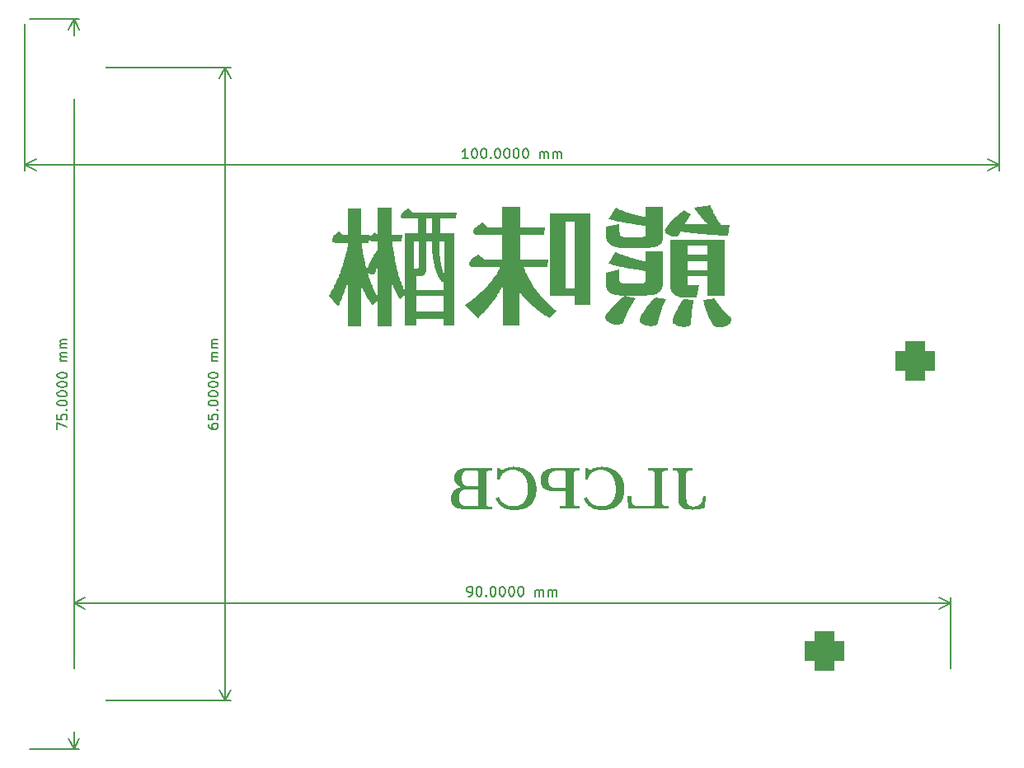
<source format=gbr>
%TF.GenerationSoftware,KiCad,Pcbnew,7.0.9*%
%TF.CreationDate,2024-04-05T12:05:43+09:00*%
%TF.ProjectId,motordriver2,6d6f746f-7264-4726-9976-6572322e6b69,rev?*%
%TF.SameCoordinates,Original*%
%TF.FileFunction,Legend,Bot*%
%TF.FilePolarity,Positive*%
%FSLAX46Y46*%
G04 Gerber Fmt 4.6, Leading zero omitted, Abs format (unit mm)*
G04 Created by KiCad (PCBNEW 7.0.9) date 2024-04-05 12:05:43*
%MOMM*%
%LPD*%
G01*
G04 APERTURE LIST*
G04 Aperture macros list*
%AMRoundRect*
0 Rectangle with rounded corners*
0 $1 Rounding radius*
0 $2 $3 $4 $5 $6 $7 $8 $9 X,Y pos of 4 corners*
0 Add a 4 corners polygon primitive as box body*
4,1,4,$2,$3,$4,$5,$6,$7,$8,$9,$2,$3,0*
0 Add four circle primitives for the rounded corners*
1,1,$1+$1,$2,$3*
1,1,$1+$1,$4,$5*
1,1,$1+$1,$6,$7*
1,1,$1+$1,$8,$9*
0 Add four rect primitives between the rounded corners*
20,1,$1+$1,$2,$3,$4,$5,0*
20,1,$1+$1,$4,$5,$6,$7,0*
20,1,$1+$1,$6,$7,$8,$9,0*
20,1,$1+$1,$8,$9,$2,$3,0*%
G04 Aperture macros list end*
%ADD10C,0.150000*%
%ADD11O,1.700000X1.700000*%
%ADD12R,1.700000X1.700000*%
%ADD13C,4.100000*%
%ADD14RoundRect,1.025000X-1.025000X1.025000X-1.025000X-1.025000X1.025000X-1.025000X1.025000X1.025000X0*%
%ADD15R,2.000000X0.900000*%
%ADD16C,4.000000*%
%ADD17R,1.600000X1.600000*%
%ADD18C,1.600000*%
%ADD19R,2.300000X1.300000*%
%ADD20RoundRect,1.025000X1.025000X1.025000X-1.025000X1.025000X-1.025000X-1.025000X1.025000X-1.025000X0*%
%ADD21R,0.900000X2.000000*%
%ADD22C,6.400000*%
G04 APERTURE END LIST*
D10*
G36*
X142069085Y-161698367D02*
G01*
X142069085Y-164104647D01*
X142069416Y-164149002D01*
X142070410Y-164192552D01*
X142072065Y-164235296D01*
X142074382Y-164277235D01*
X142077362Y-164318369D01*
X142081004Y-164358698D01*
X142085307Y-164398221D01*
X142095901Y-164474852D01*
X142109144Y-164548263D01*
X142125035Y-164618452D01*
X142143575Y-164685420D01*
X142164763Y-164749168D01*
X142188599Y-164809694D01*
X142215084Y-164867000D01*
X142244218Y-164921084D01*
X142276000Y-164971948D01*
X142310431Y-165019590D01*
X142347510Y-165064012D01*
X142387237Y-165105213D01*
X142408094Y-165124605D01*
X142452436Y-165161215D01*
X142500708Y-165195329D01*
X142552911Y-165226947D01*
X142609045Y-165256069D01*
X142669110Y-165282695D01*
X142733105Y-165306826D01*
X142801032Y-165328460D01*
X142872889Y-165347599D01*
X142948676Y-165364242D01*
X142988044Y-165371627D01*
X143028395Y-165378389D01*
X143069728Y-165384526D01*
X143112044Y-165390040D01*
X143155343Y-165394930D01*
X143199624Y-165399195D01*
X143244889Y-165402837D01*
X143291135Y-165405855D01*
X143338365Y-165408248D01*
X143386577Y-165410018D01*
X143435772Y-165411164D01*
X143485950Y-165411686D01*
X143537110Y-165411584D01*
X143589253Y-165410858D01*
X143641242Y-165409904D01*
X143693407Y-165408263D01*
X143745748Y-165405935D01*
X143798264Y-165402920D01*
X143850955Y-165399218D01*
X143903822Y-165394829D01*
X143956865Y-165389754D01*
X144010083Y-165383991D01*
X144063477Y-165377542D01*
X144117046Y-165370405D01*
X144170791Y-165362582D01*
X144224712Y-165354071D01*
X144278808Y-165344874D01*
X144333079Y-165334990D01*
X144387526Y-165324419D01*
X144442149Y-165313161D01*
X144492799Y-165302903D01*
X144543632Y-165291667D01*
X144581877Y-165282600D01*
X144620225Y-165272983D01*
X144658676Y-165262816D01*
X144697230Y-165252100D01*
X144735887Y-165240834D01*
X144774647Y-165229019D01*
X144813511Y-165216654D01*
X144852477Y-165203740D01*
X144923796Y-164054822D01*
X144606280Y-164054822D01*
X144601855Y-164104490D01*
X144596640Y-164153110D01*
X144590635Y-164200683D01*
X144583840Y-164247209D01*
X144576255Y-164292686D01*
X144567880Y-164337117D01*
X144558716Y-164380499D01*
X144548761Y-164422834D01*
X144538016Y-164464122D01*
X144526481Y-164504362D01*
X144518353Y-164530607D01*
X144502963Y-164573230D01*
X144483662Y-164615615D01*
X144460450Y-164657761D01*
X144439063Y-164691306D01*
X144415173Y-164724699D01*
X144388780Y-164757939D01*
X144359883Y-164791026D01*
X144352267Y-164799274D01*
X144321279Y-164830812D01*
X144289863Y-164859968D01*
X144258020Y-164886743D01*
X144225750Y-164911137D01*
X144193052Y-164933149D01*
X144151578Y-164957316D01*
X144109437Y-164977762D01*
X144092393Y-164984898D01*
X144049208Y-165003423D01*
X144007133Y-165019174D01*
X143969489Y-165031982D01*
X143928304Y-165044973D01*
X143883577Y-165058146D01*
X143835308Y-165071503D01*
X143796783Y-165081641D01*
X143769993Y-165088457D01*
X143705024Y-165091411D01*
X143642742Y-165091968D01*
X143583147Y-165090129D01*
X143526238Y-165085893D01*
X143472016Y-165079260D01*
X143420481Y-165070231D01*
X143371632Y-165058805D01*
X143325471Y-165044982D01*
X143281995Y-165028763D01*
X143241207Y-165010147D01*
X143203105Y-164989134D01*
X143167690Y-164965725D01*
X143134961Y-164939919D01*
X143104919Y-164911717D01*
X143077564Y-164881118D01*
X143052896Y-164848122D01*
X143025484Y-164804161D01*
X143000769Y-164754345D01*
X142985790Y-164717880D01*
X142972009Y-164678812D01*
X142959427Y-164637142D01*
X142948043Y-164592869D01*
X142937857Y-164545994D01*
X142928870Y-164496516D01*
X142921081Y-164444435D01*
X142914490Y-164389751D01*
X142909098Y-164332465D01*
X142904903Y-164272575D01*
X142901908Y-164210084D01*
X142900110Y-164144989D01*
X142899511Y-164077292D01*
X142899511Y-161709113D01*
X142902335Y-161659227D01*
X142910807Y-161613614D01*
X142924928Y-161572276D01*
X142944696Y-161535212D01*
X142970112Y-161502423D01*
X143001177Y-161473907D01*
X143037890Y-161449666D01*
X143080251Y-161429699D01*
X143123694Y-161416915D01*
X143166933Y-161408061D01*
X143217713Y-161400428D01*
X143260746Y-161395505D01*
X143308021Y-161391269D01*
X143359539Y-161387720D01*
X143415298Y-161384858D01*
X143454827Y-161383331D01*
X143496241Y-161382110D01*
X143539541Y-161381194D01*
X143561898Y-161380851D01*
X143561898Y-161130746D01*
X141478018Y-161130746D01*
X141478018Y-161380851D01*
X141518218Y-161381023D01*
X141575400Y-161381924D01*
X141628838Y-161383599D01*
X141678531Y-161386046D01*
X141724482Y-161389266D01*
X141766688Y-161393259D01*
X141817139Y-161399784D01*
X141860935Y-161407684D01*
X141906320Y-161419491D01*
X141921563Y-161424815D01*
X141956138Y-161443408D01*
X141992875Y-161472917D01*
X142022408Y-161509391D01*
X142044738Y-161552830D01*
X142057416Y-161592596D01*
X142065484Y-161636819D01*
X142068941Y-161685500D01*
X142069085Y-161698367D01*
G37*
G36*
X136955617Y-165320000D02*
G01*
X141084298Y-165320000D01*
X141084298Y-165043517D01*
X141042048Y-165042776D01*
X141001515Y-165041776D01*
X140943936Y-165039790D01*
X140890221Y-165037220D01*
X140840369Y-165034066D01*
X140794382Y-165030327D01*
X140752259Y-165026006D01*
X140702105Y-165019335D01*
X140658820Y-165011626D01*
X140614375Y-165000530D01*
X140570640Y-164982624D01*
X140532737Y-164961146D01*
X140500665Y-164936096D01*
X140468775Y-164899760D01*
X140445996Y-164857842D01*
X140434334Y-164820290D01*
X140428502Y-164779166D01*
X140427773Y-164757264D01*
X140427773Y-161661242D01*
X140431781Y-161616162D01*
X140443802Y-161575566D01*
X140463837Y-161539454D01*
X140491887Y-161507827D01*
X140527951Y-161480683D01*
X140562573Y-161462197D01*
X140591905Y-161450216D01*
X140637104Y-161437689D01*
X140678999Y-161428972D01*
X140725993Y-161421416D01*
X140778085Y-161415020D01*
X140820501Y-161410984D01*
X140865784Y-161407601D01*
X140913935Y-161404871D01*
X140964954Y-161402793D01*
X141018841Y-161401367D01*
X141018841Y-161130746D01*
X138995533Y-161130746D01*
X138995533Y-161380851D01*
X139039024Y-161380977D01*
X139080591Y-161381355D01*
X139120235Y-161381984D01*
X139176094Y-161383401D01*
X139227625Y-161385385D01*
X139274829Y-161387935D01*
X139317705Y-161391052D01*
X139368141Y-161396089D01*
X139410884Y-161402134D01*
X139453492Y-161411107D01*
X139460572Y-161413091D01*
X139500185Y-161431409D01*
X139534516Y-161453635D01*
X139570003Y-161486913D01*
X139597237Y-161526297D01*
X139613082Y-161562201D01*
X139623646Y-161602013D01*
X139628928Y-161645732D01*
X139629588Y-161669057D01*
X139629588Y-164816859D01*
X139625833Y-164861510D01*
X139614567Y-164900207D01*
X139589923Y-164940207D01*
X139553544Y-164970904D01*
X139515992Y-164988764D01*
X139470929Y-165000671D01*
X139418356Y-165006624D01*
X139389253Y-165007369D01*
X137819260Y-165007369D01*
X137775113Y-165006086D01*
X137732798Y-165002240D01*
X137692315Y-164995828D01*
X137653663Y-164986852D01*
X137599121Y-164968580D01*
X137548700Y-164944537D01*
X137502400Y-164914724D01*
X137460223Y-164879141D01*
X137422167Y-164837788D01*
X137388232Y-164790664D01*
X137367899Y-164756043D01*
X137349398Y-164718857D01*
X137332728Y-164679106D01*
X137316090Y-164628047D01*
X137300980Y-164575253D01*
X137287399Y-164520725D01*
X137275346Y-164464463D01*
X137268160Y-164425991D01*
X137261653Y-164386748D01*
X137255826Y-164346734D01*
X137250678Y-164305949D01*
X137246209Y-164264393D01*
X137242419Y-164222067D01*
X137239309Y-164178969D01*
X137236878Y-164135101D01*
X137235126Y-164090462D01*
X137234054Y-164045052D01*
X136884298Y-164045052D01*
X136955617Y-165320000D01*
G37*
G36*
X134297278Y-165445052D02*
G01*
X134368168Y-165444439D01*
X134437958Y-165442602D01*
X134506647Y-165439539D01*
X134574234Y-165435252D01*
X134640721Y-165429739D01*
X134706106Y-165423001D01*
X134770391Y-165415039D01*
X134833574Y-165405851D01*
X134895657Y-165395438D01*
X134956638Y-165383800D01*
X135016519Y-165370937D01*
X135075298Y-165356850D01*
X135132977Y-165341537D01*
X135189554Y-165324999D01*
X135245031Y-165307236D01*
X135299406Y-165288248D01*
X135352681Y-165268035D01*
X135404854Y-165246597D01*
X135455927Y-165223934D01*
X135505898Y-165200046D01*
X135554769Y-165174933D01*
X135602538Y-165148594D01*
X135649207Y-165121031D01*
X135694774Y-165092243D01*
X135739241Y-165062230D01*
X135782606Y-165030992D01*
X135824871Y-164998528D01*
X135866034Y-164964840D01*
X135906097Y-164929926D01*
X135945058Y-164893788D01*
X135982919Y-164856425D01*
X136019678Y-164817836D01*
X136051655Y-164782677D01*
X136082617Y-164746685D01*
X136112563Y-164709862D01*
X136141495Y-164672206D01*
X136169411Y-164633719D01*
X136196312Y-164594400D01*
X136222198Y-164554249D01*
X136247069Y-164513265D01*
X136270924Y-164471450D01*
X136293765Y-164428803D01*
X136315590Y-164385324D01*
X136336400Y-164341013D01*
X136356196Y-164295870D01*
X136374976Y-164249895D01*
X136392740Y-164203088D01*
X136409490Y-164155450D01*
X136425225Y-164106979D01*
X136439944Y-164057676D01*
X136453648Y-164007541D01*
X136466338Y-163956575D01*
X136478012Y-163904776D01*
X136488671Y-163852146D01*
X136498314Y-163798683D01*
X136506943Y-163744389D01*
X136514556Y-163689263D01*
X136521155Y-163633304D01*
X136526738Y-163576514D01*
X136531306Y-163518892D01*
X136534859Y-163460438D01*
X136537397Y-163401151D01*
X136538920Y-163341033D01*
X136539427Y-163280083D01*
X136538856Y-163219069D01*
X136537141Y-163158759D01*
X136534284Y-163099154D01*
X136530283Y-163040252D01*
X136525140Y-162982054D01*
X136518854Y-162924561D01*
X136511424Y-162867772D01*
X136502852Y-162811687D01*
X136493137Y-162756305D01*
X136482278Y-162701628D01*
X136470277Y-162647656D01*
X136457133Y-162594387D01*
X136442845Y-162541822D01*
X136427415Y-162489961D01*
X136410842Y-162438805D01*
X136393126Y-162388353D01*
X136374267Y-162338604D01*
X136354264Y-162289560D01*
X136333119Y-162241220D01*
X136310831Y-162193584D01*
X136287400Y-162146652D01*
X136262826Y-162100425D01*
X136237109Y-162054901D01*
X136210249Y-162010081D01*
X136182246Y-161965966D01*
X136153100Y-161922555D01*
X136122811Y-161879848D01*
X136091379Y-161837844D01*
X136058804Y-161796546D01*
X136025086Y-161755951D01*
X135990225Y-161716060D01*
X135954221Y-161676873D01*
X135914102Y-161635580D01*
X135872999Y-161595598D01*
X135830914Y-161556926D01*
X135787846Y-161519566D01*
X135743796Y-161483516D01*
X135698762Y-161448777D01*
X135652747Y-161415349D01*
X135605748Y-161383232D01*
X135557767Y-161352426D01*
X135508803Y-161322931D01*
X135458856Y-161294747D01*
X135407926Y-161267873D01*
X135356014Y-161242311D01*
X135303120Y-161218059D01*
X135249242Y-161195118D01*
X135194382Y-161173489D01*
X135138539Y-161153170D01*
X135081713Y-161134162D01*
X135023905Y-161116465D01*
X134965114Y-161100078D01*
X134905341Y-161085003D01*
X134844584Y-161071239D01*
X134782845Y-161058785D01*
X134720123Y-161047643D01*
X134656419Y-161037811D01*
X134591732Y-161029290D01*
X134526062Y-161022080D01*
X134459409Y-161016181D01*
X134391774Y-161011593D01*
X134323156Y-161008316D01*
X134253556Y-161006349D01*
X134182972Y-161005694D01*
X134119156Y-161006705D01*
X134054959Y-161009739D01*
X133990379Y-161014796D01*
X133925418Y-161021875D01*
X133860076Y-161030977D01*
X133794351Y-161042101D01*
X133728246Y-161055248D01*
X133661758Y-161070418D01*
X133594889Y-161087611D01*
X133527638Y-161106826D01*
X133460006Y-161128063D01*
X133391992Y-161151324D01*
X133323596Y-161176607D01*
X133254819Y-161203912D01*
X133185660Y-161233240D01*
X133116120Y-161264591D01*
X133079300Y-161278759D01*
X133038389Y-161289063D01*
X132997479Y-161293643D01*
X132985205Y-161293900D01*
X132937325Y-161289655D01*
X132893214Y-161276918D01*
X132852871Y-161255690D01*
X132816296Y-161225970D01*
X132789750Y-161196081D01*
X132765616Y-161160758D01*
X132743893Y-161120000D01*
X132503558Y-161120000D01*
X132503558Y-162335352D01*
X132771249Y-162335352D01*
X132787514Y-162272421D01*
X132804801Y-162212101D01*
X132823112Y-162154391D01*
X132842445Y-162099291D01*
X132862802Y-162046802D01*
X132884180Y-161996923D01*
X132906582Y-161949654D01*
X132930006Y-161904996D01*
X132954454Y-161862948D01*
X132979924Y-161823510D01*
X133006416Y-161786683D01*
X133033932Y-161752466D01*
X133062470Y-161720860D01*
X133092031Y-161691864D01*
X133122615Y-161665478D01*
X133154221Y-161641702D01*
X133201583Y-161608870D01*
X133247312Y-161578149D01*
X133291411Y-161549542D01*
X133333877Y-161523046D01*
X133374713Y-161498663D01*
X133413916Y-161476392D01*
X133451489Y-161456233D01*
X133487430Y-161438187D01*
X133532813Y-161417411D01*
X133575296Y-161400390D01*
X133618192Y-161385724D01*
X133662617Y-161372501D01*
X133708570Y-161360720D01*
X133756051Y-161350382D01*
X133805061Y-161341486D01*
X133855599Y-161334033D01*
X133907666Y-161328022D01*
X133961261Y-161323454D01*
X134016384Y-161320328D01*
X134073036Y-161318645D01*
X134111653Y-161318325D01*
X134154058Y-161318779D01*
X134195910Y-161320141D01*
X134237208Y-161322412D01*
X134277952Y-161325591D01*
X134318144Y-161329678D01*
X134357781Y-161334674D01*
X134396866Y-161340578D01*
X134435397Y-161347390D01*
X134510800Y-161363739D01*
X134583989Y-161383721D01*
X134654964Y-161407336D01*
X134723726Y-161434584D01*
X134790274Y-161465466D01*
X134854610Y-161499980D01*
X134916731Y-161538128D01*
X134976639Y-161579909D01*
X135034334Y-161625323D01*
X135089815Y-161674370D01*
X135143083Y-161727050D01*
X135194138Y-161783363D01*
X135221082Y-161815203D01*
X135247203Y-161847954D01*
X135272502Y-161881615D01*
X135296979Y-161916185D01*
X135320634Y-161951666D01*
X135343465Y-161988058D01*
X135365475Y-162025359D01*
X135386662Y-162063571D01*
X135407027Y-162102692D01*
X135426569Y-162142724D01*
X135445289Y-162183667D01*
X135463186Y-162225519D01*
X135480261Y-162268281D01*
X135496514Y-162311954D01*
X135511944Y-162356537D01*
X135526552Y-162402030D01*
X135540338Y-162448433D01*
X135553301Y-162495747D01*
X135565441Y-162543971D01*
X135576759Y-162593104D01*
X135587255Y-162643148D01*
X135596928Y-162694103D01*
X135605779Y-162745967D01*
X135613808Y-162798742D01*
X135621014Y-162852426D01*
X135627398Y-162907021D01*
X135632959Y-162962527D01*
X135637698Y-163018942D01*
X135641614Y-163076267D01*
X135644708Y-163134503D01*
X135646980Y-163193649D01*
X135648429Y-163253705D01*
X135648975Y-163310009D01*
X135648658Y-163365469D01*
X135647479Y-163420086D01*
X135645437Y-163473859D01*
X135642533Y-163526790D01*
X135638767Y-163578876D01*
X135634137Y-163630119D01*
X135628646Y-163680519D01*
X135622292Y-163730076D01*
X135615075Y-163778789D01*
X135606996Y-163826659D01*
X135598054Y-163873685D01*
X135588250Y-163919868D01*
X135577584Y-163965207D01*
X135566055Y-164009703D01*
X135553663Y-164053356D01*
X135540409Y-164096165D01*
X135526293Y-164138131D01*
X135511314Y-164179254D01*
X135495472Y-164219533D01*
X135478768Y-164258969D01*
X135461202Y-164297561D01*
X135442773Y-164335310D01*
X135423482Y-164372215D01*
X135403328Y-164408277D01*
X135382312Y-164443496D01*
X135360433Y-164477871D01*
X135337691Y-164511403D01*
X135314088Y-164544091D01*
X135289621Y-164575937D01*
X135264293Y-164606938D01*
X135238101Y-164637096D01*
X135188261Y-164689506D01*
X135135947Y-164738534D01*
X135081160Y-164784180D01*
X135023900Y-164826446D01*
X134964168Y-164865330D01*
X134901962Y-164900833D01*
X134837284Y-164932955D01*
X134770132Y-164961695D01*
X134700508Y-164987055D01*
X134628410Y-165009033D01*
X134553840Y-165027629D01*
X134476796Y-165042845D01*
X134437347Y-165049185D01*
X134397280Y-165054679D01*
X134356595Y-165059328D01*
X134315291Y-165063132D01*
X134273369Y-165066091D01*
X134230829Y-165068204D01*
X134187670Y-165069472D01*
X134143893Y-165069895D01*
X134094148Y-165069105D01*
X134044563Y-165066735D01*
X133995138Y-165062785D01*
X133945874Y-165057255D01*
X133896769Y-165050146D01*
X133847825Y-165041456D01*
X133799042Y-165031186D01*
X133750418Y-165019337D01*
X133701955Y-165005907D01*
X133653652Y-164990898D01*
X133605510Y-164974308D01*
X133557527Y-164956139D01*
X133509705Y-164936389D01*
X133462044Y-164915060D01*
X133414542Y-164892151D01*
X133367201Y-164867662D01*
X133307495Y-164834559D01*
X133250010Y-164799487D01*
X133194747Y-164762447D01*
X133141704Y-164723436D01*
X133090882Y-164682457D01*
X133042282Y-164639508D01*
X132995902Y-164594591D01*
X132951744Y-164547704D01*
X132909807Y-164498847D01*
X132870091Y-164448022D01*
X132832596Y-164395227D01*
X132797322Y-164340464D01*
X132764269Y-164283731D01*
X132733437Y-164225028D01*
X132704826Y-164164357D01*
X132678436Y-164101716D01*
X132377529Y-164293203D01*
X132407915Y-164364068D01*
X132440212Y-164432684D01*
X132474418Y-164499051D01*
X132510535Y-164563167D01*
X132548561Y-164625034D01*
X132588498Y-164684651D01*
X132630344Y-164742019D01*
X132674101Y-164797137D01*
X132719768Y-164850005D01*
X132767345Y-164900623D01*
X132816831Y-164948992D01*
X132868228Y-164995111D01*
X132921535Y-165038980D01*
X132976752Y-165080600D01*
X133033879Y-165119969D01*
X133092916Y-165157090D01*
X133153864Y-165191960D01*
X133216721Y-165224581D01*
X133281488Y-165254952D01*
X133348165Y-165283073D01*
X133416753Y-165308945D01*
X133487250Y-165332567D01*
X133559658Y-165353939D01*
X133633975Y-165373061D01*
X133710203Y-165389934D01*
X133788341Y-165404557D01*
X133868388Y-165416931D01*
X133950346Y-165427054D01*
X134034214Y-165434928D01*
X134119992Y-165440552D01*
X134207680Y-165443927D01*
X134297278Y-165445052D01*
G37*
G36*
X131951570Y-161380851D02*
G01*
X131932273Y-161380904D01*
X131876557Y-161381706D01*
X131824103Y-161383469D01*
X131774913Y-161386194D01*
X131728986Y-161389880D01*
X131686322Y-161394528D01*
X131646921Y-161400138D01*
X131599461Y-161409114D01*
X131557802Y-161419800D01*
X131513886Y-161435561D01*
X131475418Y-161456505D01*
X131442079Y-161481723D01*
X131413869Y-161511215D01*
X131390788Y-161544982D01*
X131372836Y-161583023D01*
X131360013Y-161625338D01*
X131352320Y-161671927D01*
X131349755Y-161722791D01*
X131349755Y-164792435D01*
X131351344Y-164828001D01*
X131358404Y-164871522D01*
X131371112Y-164910586D01*
X131389469Y-164945192D01*
X131420357Y-164982181D01*
X131451421Y-165006758D01*
X131488134Y-165026878D01*
X131530495Y-165042540D01*
X131544340Y-165045852D01*
X131586835Y-165053199D01*
X131628936Y-165058114D01*
X131678243Y-165062174D01*
X131719951Y-165064659D01*
X131765712Y-165066662D01*
X131815526Y-165068185D01*
X131869393Y-165069227D01*
X131927313Y-165069788D01*
X131968178Y-165069895D01*
X131968178Y-165320000D01*
X129922400Y-165320000D01*
X129922400Y-165066964D01*
X129942407Y-165066632D01*
X129999978Y-165065315D01*
X130053873Y-165063518D01*
X130104094Y-165061239D01*
X130150639Y-165058480D01*
X130193510Y-165055240D01*
X130232705Y-165051519D01*
X130279248Y-165045810D01*
X130319258Y-165039246D01*
X130360083Y-165029839D01*
X130392383Y-165019020D01*
X130430508Y-165001709D01*
X130470221Y-164975434D01*
X130501110Y-164944007D01*
X130523173Y-164907428D01*
X130536410Y-164865696D01*
X130540823Y-164818813D01*
X130540823Y-163506741D01*
X129337194Y-163506741D01*
X129292477Y-163506423D01*
X129248450Y-163505470D01*
X129205114Y-163503881D01*
X129162469Y-163501657D01*
X129120515Y-163498798D01*
X129079251Y-163495303D01*
X129038678Y-163491173D01*
X128998796Y-163486407D01*
X128921104Y-163474970D01*
X128846174Y-163460991D01*
X128774008Y-163444470D01*
X128704605Y-163425408D01*
X128637965Y-163403804D01*
X128574088Y-163379658D01*
X128512974Y-163352971D01*
X128454623Y-163323742D01*
X128399035Y-163291971D01*
X128346209Y-163257659D01*
X128296147Y-163220805D01*
X128248848Y-163181409D01*
X128209216Y-163142601D01*
X128172141Y-163101893D01*
X128137622Y-163059284D01*
X128105661Y-163014774D01*
X128076256Y-162968364D01*
X128049409Y-162920054D01*
X128025118Y-162869843D01*
X128003384Y-162817732D01*
X127984207Y-162763720D01*
X127967587Y-162707807D01*
X127953524Y-162649994D01*
X127942018Y-162590280D01*
X127933069Y-162528666D01*
X127926676Y-162465152D01*
X127922841Y-162399737D01*
X127921563Y-162332421D01*
X127922599Y-162285526D01*
X128741242Y-162285526D01*
X128741883Y-162342038D01*
X128743806Y-162396535D01*
X128747012Y-162449016D01*
X128751500Y-162499483D01*
X128757270Y-162547935D01*
X128764323Y-162594371D01*
X128772657Y-162638793D01*
X128782274Y-162681200D01*
X128793174Y-162721591D01*
X128805355Y-162759968D01*
X128826032Y-162813755D01*
X128849594Y-162863008D01*
X128876041Y-162907727D01*
X128905373Y-162947913D01*
X128930507Y-162977726D01*
X128958038Y-163005615D01*
X128987965Y-163031581D01*
X129020289Y-163055624D01*
X129055010Y-163077743D01*
X129092127Y-163097939D01*
X129131641Y-163116212D01*
X129173551Y-163132561D01*
X129217859Y-163146986D01*
X129264562Y-163159488D01*
X129313663Y-163170067D01*
X129365160Y-163178722D01*
X129419054Y-163185454D01*
X129475344Y-163190263D01*
X129534031Y-163193148D01*
X129595115Y-163194110D01*
X130540823Y-163194110D01*
X130540823Y-161613370D01*
X130540615Y-161601589D01*
X130535623Y-161558206D01*
X130520024Y-161512391D01*
X130494026Y-161475926D01*
X130457628Y-161448811D01*
X130421022Y-161433852D01*
X130377760Y-161424876D01*
X130327843Y-161421884D01*
X129534542Y-161421884D01*
X129485736Y-161422727D01*
X129438479Y-161425257D01*
X129392771Y-161429474D01*
X129348613Y-161435378D01*
X129306004Y-161442969D01*
X129264944Y-161452246D01*
X129225434Y-161463210D01*
X129187473Y-161475861D01*
X129151062Y-161490199D01*
X129082888Y-161523935D01*
X129020911Y-161564418D01*
X128965132Y-161611649D01*
X128915551Y-161665627D01*
X128872167Y-161726351D01*
X128834981Y-161793824D01*
X128818712Y-161830090D01*
X128803993Y-161868043D01*
X128790823Y-161907683D01*
X128779202Y-161949009D01*
X128769131Y-161992023D01*
X128760609Y-162036723D01*
X128753637Y-162083110D01*
X128748214Y-162131184D01*
X128744340Y-162180945D01*
X128742016Y-162232392D01*
X128741242Y-162285526D01*
X127922599Y-162285526D01*
X127923036Y-162265727D01*
X127927455Y-162200713D01*
X127934820Y-162137378D01*
X127945132Y-162075722D01*
X127958390Y-162015745D01*
X127974594Y-161957447D01*
X127993744Y-161900829D01*
X128015840Y-161845889D01*
X128040883Y-161792629D01*
X128068872Y-161741048D01*
X128099807Y-161691146D01*
X128133688Y-161642923D01*
X128170515Y-161596380D01*
X128210288Y-161551516D01*
X128253008Y-161508330D01*
X128298674Y-161466824D01*
X128323902Y-161446148D01*
X128376254Y-161406764D01*
X128431132Y-161370005D01*
X128488537Y-161335872D01*
X128548468Y-161304365D01*
X128610926Y-161275483D01*
X128675910Y-161249227D01*
X128743420Y-161225596D01*
X128813456Y-161204591D01*
X128886019Y-161186212D01*
X128961109Y-161170459D01*
X128999601Y-161163566D01*
X129038725Y-161157330D01*
X129078480Y-161151751D01*
X129118867Y-161146828D01*
X129159885Y-161142561D01*
X129201535Y-161138951D01*
X129243817Y-161135997D01*
X129286730Y-161133700D01*
X129330275Y-161132059D01*
X129374452Y-161131074D01*
X129419260Y-161130746D01*
X131951570Y-161130746D01*
X131951570Y-161380851D01*
G37*
G36*
X125266154Y-165445052D02*
G01*
X125337045Y-165444439D01*
X125406834Y-165442602D01*
X125475523Y-165439539D01*
X125543111Y-165435252D01*
X125609597Y-165429739D01*
X125674983Y-165423001D01*
X125739267Y-165415039D01*
X125802451Y-165405851D01*
X125864533Y-165395438D01*
X125925515Y-165383800D01*
X125985395Y-165370937D01*
X126044175Y-165356850D01*
X126101853Y-165341537D01*
X126158431Y-165324999D01*
X126213907Y-165307236D01*
X126268283Y-165288248D01*
X126321557Y-165268035D01*
X126373731Y-165246597D01*
X126424803Y-165223934D01*
X126474775Y-165200046D01*
X126523645Y-165174933D01*
X126571415Y-165148594D01*
X126618083Y-165121031D01*
X126663651Y-165092243D01*
X126708117Y-165062230D01*
X126751483Y-165030992D01*
X126793747Y-164998528D01*
X126834911Y-164964840D01*
X126874973Y-164929926D01*
X126913935Y-164893788D01*
X126951795Y-164856425D01*
X126988555Y-164817836D01*
X127020532Y-164782677D01*
X127051493Y-164746685D01*
X127081440Y-164709862D01*
X127110371Y-164672206D01*
X127138287Y-164633719D01*
X127165188Y-164594400D01*
X127191074Y-164554249D01*
X127215945Y-164513265D01*
X127239801Y-164471450D01*
X127262641Y-164428803D01*
X127284467Y-164385324D01*
X127305277Y-164341013D01*
X127325072Y-164295870D01*
X127343852Y-164249895D01*
X127361617Y-164203088D01*
X127378367Y-164155450D01*
X127394101Y-164106979D01*
X127408821Y-164057676D01*
X127422525Y-164007541D01*
X127435214Y-163956575D01*
X127446888Y-163904776D01*
X127457547Y-163852146D01*
X127467191Y-163798683D01*
X127475819Y-163744389D01*
X127483433Y-163689263D01*
X127490031Y-163633304D01*
X127495615Y-163576514D01*
X127500183Y-163518892D01*
X127503736Y-163460438D01*
X127506273Y-163401151D01*
X127507796Y-163341033D01*
X127508304Y-163280083D01*
X127507732Y-163219069D01*
X127506018Y-163158759D01*
X127503160Y-163099154D01*
X127499160Y-163040252D01*
X127494017Y-162982054D01*
X127487730Y-162924561D01*
X127480301Y-162867772D01*
X127471728Y-162811687D01*
X127462013Y-162756305D01*
X127451155Y-162701628D01*
X127439153Y-162647656D01*
X127426009Y-162594387D01*
X127411722Y-162541822D01*
X127396292Y-162489961D01*
X127379718Y-162438805D01*
X127362002Y-162388353D01*
X127343143Y-162338604D01*
X127323141Y-162289560D01*
X127301996Y-162241220D01*
X127279708Y-162193584D01*
X127256277Y-162146652D01*
X127231703Y-162100425D01*
X127205985Y-162054901D01*
X127179125Y-162010081D01*
X127151122Y-161965966D01*
X127121976Y-161922555D01*
X127091687Y-161879848D01*
X127060256Y-161837844D01*
X127027681Y-161796546D01*
X126993963Y-161755951D01*
X126959102Y-161716060D01*
X126923098Y-161676873D01*
X126882978Y-161635580D01*
X126841876Y-161595598D01*
X126799791Y-161556926D01*
X126756723Y-161519566D01*
X126712672Y-161483516D01*
X126667639Y-161448777D01*
X126621623Y-161415349D01*
X126574624Y-161383232D01*
X126526643Y-161352426D01*
X126477679Y-161322931D01*
X126427732Y-161294747D01*
X126376803Y-161267873D01*
X126324891Y-161242311D01*
X126271996Y-161218059D01*
X126218119Y-161195118D01*
X126163258Y-161173489D01*
X126107416Y-161153170D01*
X126050590Y-161134162D01*
X125992782Y-161116465D01*
X125933991Y-161100078D01*
X125874217Y-161085003D01*
X125813461Y-161071239D01*
X125751722Y-161058785D01*
X125689000Y-161047643D01*
X125625295Y-161037811D01*
X125560608Y-161029290D01*
X125494938Y-161022080D01*
X125428286Y-161016181D01*
X125360651Y-161011593D01*
X125292033Y-161008316D01*
X125222432Y-161006349D01*
X125151849Y-161005694D01*
X125088033Y-161006705D01*
X125023835Y-161009739D01*
X124959256Y-161014796D01*
X124894295Y-161021875D01*
X124828952Y-161030977D01*
X124763228Y-161042101D01*
X124697122Y-161055248D01*
X124630635Y-161070418D01*
X124563765Y-161087611D01*
X124496515Y-161106826D01*
X124428882Y-161128063D01*
X124360868Y-161151324D01*
X124292473Y-161176607D01*
X124223695Y-161203912D01*
X124154537Y-161233240D01*
X124084996Y-161264591D01*
X124048176Y-161278759D01*
X124007266Y-161289063D01*
X123966355Y-161293643D01*
X123954082Y-161293900D01*
X123906202Y-161289655D01*
X123862090Y-161276918D01*
X123821747Y-161255690D01*
X123785173Y-161225970D01*
X123758627Y-161196081D01*
X123734492Y-161160758D01*
X123712770Y-161120000D01*
X123472435Y-161120000D01*
X123472435Y-162335352D01*
X123740125Y-162335352D01*
X123756390Y-162272421D01*
X123773678Y-162212101D01*
X123791989Y-162154391D01*
X123811322Y-162099291D01*
X123831678Y-162046802D01*
X123853057Y-161996923D01*
X123875459Y-161949654D01*
X123898883Y-161904996D01*
X123923330Y-161862948D01*
X123948800Y-161823510D01*
X123975293Y-161786683D01*
X124002808Y-161752466D01*
X124031347Y-161720860D01*
X124060908Y-161691864D01*
X124091491Y-161665478D01*
X124123098Y-161641702D01*
X124170459Y-161608870D01*
X124216189Y-161578149D01*
X124260287Y-161549542D01*
X124302754Y-161523046D01*
X124343589Y-161498663D01*
X124382793Y-161476392D01*
X124420365Y-161456233D01*
X124456306Y-161438187D01*
X124501690Y-161417411D01*
X124544173Y-161400390D01*
X124587069Y-161385724D01*
X124631493Y-161372501D01*
X124677446Y-161360720D01*
X124724928Y-161350382D01*
X124773937Y-161341486D01*
X124824476Y-161334033D01*
X124876542Y-161328022D01*
X124930137Y-161323454D01*
X124985261Y-161320328D01*
X125041913Y-161318645D01*
X125080530Y-161318325D01*
X125122935Y-161318779D01*
X125164786Y-161320141D01*
X125206084Y-161322412D01*
X125246829Y-161325591D01*
X125287020Y-161329678D01*
X125326658Y-161334674D01*
X125365743Y-161340578D01*
X125404274Y-161347390D01*
X125479676Y-161363739D01*
X125552865Y-161383721D01*
X125623840Y-161407336D01*
X125692602Y-161434584D01*
X125759151Y-161465466D01*
X125823486Y-161499980D01*
X125885608Y-161538128D01*
X125945516Y-161579909D01*
X126003211Y-161625323D01*
X126058692Y-161674370D01*
X126111960Y-161727050D01*
X126163014Y-161783363D01*
X126189958Y-161815203D01*
X126216080Y-161847954D01*
X126241379Y-161881615D01*
X126265856Y-161916185D01*
X126289510Y-161951666D01*
X126312342Y-161988058D01*
X126334351Y-162025359D01*
X126355539Y-162063571D01*
X126375903Y-162102692D01*
X126395446Y-162142724D01*
X126414165Y-162183667D01*
X126432063Y-162225519D01*
X126449138Y-162268281D01*
X126465391Y-162311954D01*
X126480821Y-162356537D01*
X126495429Y-162402030D01*
X126509214Y-162448433D01*
X126522177Y-162495747D01*
X126534318Y-162543971D01*
X126545636Y-162593104D01*
X126556132Y-162643148D01*
X126565805Y-162694103D01*
X126574656Y-162745967D01*
X126582684Y-162798742D01*
X126589891Y-162852426D01*
X126596274Y-162907021D01*
X126601836Y-162962527D01*
X126606574Y-163018942D01*
X126610491Y-163076267D01*
X126613585Y-163134503D01*
X126615857Y-163193649D01*
X126617306Y-163253705D01*
X126617852Y-163310009D01*
X126617535Y-163365469D01*
X126616356Y-163420086D01*
X126614314Y-163473859D01*
X126611410Y-163526790D01*
X126607643Y-163578876D01*
X126603014Y-163630119D01*
X126597522Y-163680519D01*
X126591168Y-163730076D01*
X126583951Y-163778789D01*
X126575872Y-163826659D01*
X126566931Y-163873685D01*
X126557127Y-163919868D01*
X126546460Y-163965207D01*
X126534931Y-164009703D01*
X126522540Y-164053356D01*
X126509286Y-164096165D01*
X126495169Y-164138131D01*
X126480190Y-164179254D01*
X126464349Y-164219533D01*
X126447645Y-164258969D01*
X126430078Y-164297561D01*
X126411650Y-164335310D01*
X126392358Y-164372215D01*
X126372204Y-164408277D01*
X126351188Y-164443496D01*
X126329309Y-164477871D01*
X126306568Y-164511403D01*
X126282964Y-164544091D01*
X126258498Y-164575937D01*
X126233169Y-164606938D01*
X126206978Y-164637096D01*
X126157137Y-164689506D01*
X126104823Y-164738534D01*
X126050037Y-164784180D01*
X125992777Y-164826446D01*
X125933044Y-164865330D01*
X125870839Y-164900833D01*
X125806160Y-164932955D01*
X125739009Y-164961695D01*
X125669384Y-164987055D01*
X125597287Y-165009033D01*
X125522716Y-165027629D01*
X125445673Y-165042845D01*
X125406224Y-165049185D01*
X125366157Y-165054679D01*
X125325471Y-165059328D01*
X125284167Y-165063132D01*
X125242245Y-165066091D01*
X125199705Y-165068204D01*
X125156547Y-165069472D01*
X125112770Y-165069895D01*
X125063025Y-165069105D01*
X125013439Y-165066735D01*
X124964015Y-165062785D01*
X124914750Y-165057255D01*
X124865646Y-165050146D01*
X124816702Y-165041456D01*
X124767918Y-165031186D01*
X124719295Y-165019337D01*
X124670832Y-165005907D01*
X124622529Y-164990898D01*
X124574386Y-164974308D01*
X124526404Y-164956139D01*
X124478582Y-164936389D01*
X124430920Y-164915060D01*
X124383419Y-164892151D01*
X124336078Y-164867662D01*
X124276372Y-164834559D01*
X124218887Y-164799487D01*
X124163623Y-164762447D01*
X124110580Y-164723436D01*
X124059759Y-164682457D01*
X124011158Y-164639508D01*
X123964779Y-164594591D01*
X123920621Y-164547704D01*
X123878683Y-164498847D01*
X123838967Y-164448022D01*
X123801472Y-164395227D01*
X123766198Y-164340464D01*
X123733145Y-164283731D01*
X123702313Y-164225028D01*
X123673703Y-164164357D01*
X123647313Y-164101716D01*
X123346406Y-164293203D01*
X123376792Y-164364068D01*
X123409088Y-164432684D01*
X123443295Y-164499051D01*
X123479411Y-164563167D01*
X123517438Y-164625034D01*
X123557374Y-164684651D01*
X123599221Y-164742019D01*
X123642978Y-164797137D01*
X123688644Y-164850005D01*
X123736221Y-164900623D01*
X123785708Y-164948992D01*
X123837105Y-164995111D01*
X123890412Y-165038980D01*
X123945629Y-165080600D01*
X124002756Y-165119969D01*
X124061793Y-165157090D01*
X124122740Y-165191960D01*
X124185597Y-165224581D01*
X124250365Y-165254952D01*
X124317042Y-165283073D01*
X124385629Y-165308945D01*
X124456127Y-165332567D01*
X124528534Y-165353939D01*
X124602852Y-165373061D01*
X124679080Y-165389934D01*
X124757217Y-165404557D01*
X124837265Y-165416931D01*
X124919223Y-165427054D01*
X125003091Y-165434928D01*
X125088868Y-165440552D01*
X125176556Y-165443927D01*
X125266154Y-165445052D01*
G37*
G36*
X122931193Y-161380851D02*
G01*
X122883534Y-161381048D01*
X122838743Y-161381641D01*
X122796820Y-161382628D01*
X122745384Y-161384559D01*
X122699047Y-161387193D01*
X122657808Y-161390528D01*
X122613429Y-161395685D01*
X122570690Y-161403321D01*
X122556866Y-161406193D01*
X122505956Y-161420161D01*
X122462069Y-161438097D01*
X122425204Y-161460003D01*
X122388997Y-161492966D01*
X122363761Y-161532131D01*
X122349498Y-161577497D01*
X122345987Y-161618255D01*
X122341102Y-164830537D01*
X122342545Y-164861580D01*
X122351360Y-164908817D01*
X122368190Y-164950424D01*
X122393034Y-164986402D01*
X122425893Y-165016751D01*
X122466765Y-165041471D01*
X122505233Y-165057194D01*
X122521044Y-165061854D01*
X122567484Y-165072602D01*
X122611745Y-165080272D01*
X122662326Y-165087119D01*
X122704410Y-165091713D01*
X122750048Y-165095843D01*
X122799241Y-165099509D01*
X122851988Y-165102712D01*
X122908291Y-165105451D01*
X122947801Y-165107020D01*
X122947801Y-165382526D01*
X120514166Y-165382526D01*
X120457254Y-165382285D01*
X120401314Y-165381564D01*
X120346345Y-165380362D01*
X120292347Y-165378679D01*
X120239321Y-165376515D01*
X120187266Y-165373870D01*
X120136182Y-165370745D01*
X120086069Y-165367138D01*
X120036927Y-165363051D01*
X119988757Y-165358483D01*
X119941558Y-165353434D01*
X119895331Y-165347904D01*
X119850074Y-165341894D01*
X119805789Y-165335402D01*
X119762475Y-165328430D01*
X119720132Y-165320976D01*
X119678761Y-165313042D01*
X119638360Y-165304627D01*
X119598931Y-165295732D01*
X119560474Y-165286355D01*
X119486472Y-165266159D01*
X119416355Y-165244040D01*
X119350123Y-165219997D01*
X119287776Y-165194031D01*
X119229315Y-165166142D01*
X119174738Y-165136329D01*
X119126908Y-165105688D01*
X119081849Y-165072872D01*
X119039561Y-165037880D01*
X119000043Y-165000713D01*
X118963296Y-164961371D01*
X118929320Y-164919853D01*
X118898114Y-164876161D01*
X118869678Y-164830293D01*
X118844014Y-164782249D01*
X118821120Y-164732031D01*
X118800997Y-164679637D01*
X118783644Y-164625068D01*
X118769062Y-164568323D01*
X118757250Y-164509403D01*
X118748210Y-164448308D01*
X118741939Y-164385038D01*
X118738867Y-164329270D01*
X118737711Y-164274320D01*
X118738470Y-164220185D01*
X118740984Y-164170104D01*
X119568457Y-164170104D01*
X119569224Y-164225078D01*
X119571526Y-164278136D01*
X119575361Y-164329278D01*
X119580730Y-164378504D01*
X119587634Y-164425815D01*
X119596072Y-164471210D01*
X119606044Y-164514689D01*
X119617550Y-164556252D01*
X119630590Y-164595900D01*
X119645165Y-164633631D01*
X119669903Y-164686637D01*
X119698093Y-164735332D01*
X119729735Y-164779716D01*
X119764829Y-164819790D01*
X119797011Y-164850076D01*
X119832011Y-164878408D01*
X119869826Y-164904787D01*
X119910458Y-164929211D01*
X119953907Y-164951681D01*
X120000172Y-164972198D01*
X120049253Y-164990760D01*
X120101151Y-165007369D01*
X120155865Y-165022023D01*
X120213396Y-165034724D01*
X120273743Y-165045471D01*
X120336906Y-165054263D01*
X120402886Y-165061102D01*
X120471683Y-165065987D01*
X120543295Y-165068918D01*
X120617725Y-165069895D01*
X121307466Y-165069895D01*
X121347449Y-165068074D01*
X121394641Y-165059984D01*
X121434842Y-165045421D01*
X121468051Y-165024386D01*
X121499731Y-164988989D01*
X121517210Y-164953391D01*
X121527697Y-164911320D01*
X121531193Y-164862777D01*
X121531193Y-163319162D01*
X120448709Y-163319162D01*
X120416895Y-163319391D01*
X120355094Y-163321223D01*
X120295728Y-163324887D01*
X120238796Y-163330382D01*
X120184299Y-163337709D01*
X120132238Y-163346868D01*
X120082610Y-163357859D01*
X120035418Y-163370682D01*
X119990661Y-163385337D01*
X119948338Y-163401823D01*
X119908450Y-163420141D01*
X119870997Y-163440291D01*
X119835979Y-163462273D01*
X119803395Y-163486087D01*
X119773246Y-163511732D01*
X119732588Y-163553635D01*
X119712713Y-163579056D01*
X119685305Y-163620463D01*
X119660781Y-163665804D01*
X119639143Y-163715077D01*
X119620389Y-163768283D01*
X119609490Y-163805938D01*
X119599873Y-163845341D01*
X119591538Y-163886492D01*
X119584486Y-163929391D01*
X119578715Y-163974038D01*
X119574228Y-164020433D01*
X119571022Y-164068575D01*
X119569098Y-164118466D01*
X119568457Y-164170104D01*
X118740984Y-164170104D01*
X118741146Y-164166868D01*
X118745737Y-164114367D01*
X118752243Y-164062683D01*
X118760666Y-164011816D01*
X118771004Y-163961765D01*
X118783259Y-163912531D01*
X118797428Y-163864114D01*
X118813514Y-163816513D01*
X118831516Y-163769729D01*
X118851433Y-163723762D01*
X118873266Y-163678611D01*
X118897015Y-163634277D01*
X118922679Y-163590760D01*
X118941172Y-163563423D01*
X118980304Y-163511056D01*
X119022299Y-163461765D01*
X119067156Y-163415549D01*
X119114874Y-163372410D01*
X119165456Y-163332346D01*
X119218899Y-163295359D01*
X119275205Y-163261447D01*
X119334372Y-163230612D01*
X119396403Y-163202852D01*
X119461295Y-163178168D01*
X119529049Y-163156560D01*
X119599666Y-163138028D01*
X119673145Y-163122572D01*
X119749486Y-163110192D01*
X119788730Y-163105156D01*
X119828689Y-163100888D01*
X119869364Y-163097390D01*
X119822706Y-163083113D01*
X119777254Y-163067638D01*
X119733008Y-163050964D01*
X119689968Y-163033093D01*
X119648134Y-163014023D01*
X119607506Y-162993754D01*
X119568083Y-162972288D01*
X119529867Y-162949623D01*
X119492856Y-162925759D01*
X119457052Y-162900698D01*
X119422453Y-162874438D01*
X119389061Y-162846980D01*
X119356874Y-162818323D01*
X119325894Y-162788468D01*
X119296119Y-162757415D01*
X119267550Y-162725163D01*
X119254447Y-162709717D01*
X119229488Y-162678469D01*
X119206194Y-162646748D01*
X119174371Y-162598279D01*
X119146293Y-162548746D01*
X119121958Y-162498147D01*
X119101368Y-162446484D01*
X119084521Y-162393756D01*
X119071417Y-162339964D01*
X119062058Y-162285107D01*
X119056442Y-162229185D01*
X119054570Y-162172198D01*
X119055152Y-162143866D01*
X119846894Y-162143866D01*
X119847642Y-162196940D01*
X119849886Y-162248329D01*
X119853626Y-162298033D01*
X119858862Y-162346053D01*
X119865594Y-162392387D01*
X119873822Y-162437037D01*
X119883546Y-162480002D01*
X119894766Y-162521282D01*
X119907482Y-162560877D01*
X119921693Y-162598787D01*
X119937401Y-162635012D01*
X119973305Y-162702408D01*
X120015193Y-162763064D01*
X120063064Y-162816981D01*
X120116920Y-162864158D01*
X120176759Y-162904595D01*
X120242583Y-162938293D01*
X120314390Y-162965251D01*
X120352538Y-162976203D01*
X120392182Y-162985470D01*
X120433321Y-162993052D01*
X120475957Y-162998949D01*
X120520088Y-163003161D01*
X120565716Y-163005689D01*
X120612840Y-163006531D01*
X121520446Y-163006531D01*
X121520446Y-161592854D01*
X121519507Y-161567181D01*
X121511997Y-161520806D01*
X121496976Y-161481055D01*
X121474445Y-161447930D01*
X121444403Y-161421430D01*
X121406850Y-161401554D01*
X121361787Y-161388304D01*
X121323062Y-161382714D01*
X121280111Y-161380851D01*
X120497557Y-161380851D01*
X120418766Y-161383831D01*
X120345058Y-161392773D01*
X120276433Y-161407676D01*
X120212892Y-161428539D01*
X120154434Y-161455364D01*
X120101059Y-161488150D01*
X120052768Y-161526897D01*
X120009560Y-161571605D01*
X119971435Y-161622273D01*
X119938394Y-161678903D01*
X119910435Y-161741495D01*
X119887561Y-161810047D01*
X119869769Y-161884560D01*
X119862779Y-161924052D01*
X119857061Y-161965034D01*
X119852613Y-162007506D01*
X119849436Y-162051469D01*
X119847530Y-162096922D01*
X119846894Y-162143866D01*
X119055152Y-162143866D01*
X119055765Y-162113988D01*
X119059348Y-162057327D01*
X119065321Y-162002216D01*
X119073682Y-161948654D01*
X119084433Y-161896642D01*
X119097572Y-161846179D01*
X119113101Y-161797266D01*
X119131018Y-161749902D01*
X119151325Y-161704087D01*
X119174020Y-161659822D01*
X119199105Y-161617106D01*
X119226578Y-161575940D01*
X119256441Y-161536323D01*
X119288692Y-161498255D01*
X119323333Y-161461737D01*
X119360362Y-161426769D01*
X119403292Y-161390922D01*
X119448794Y-161357388D01*
X119496867Y-161326167D01*
X119547513Y-161297259D01*
X119600732Y-161270663D01*
X119656522Y-161246380D01*
X119714885Y-161224410D01*
X119775819Y-161204752D01*
X119839326Y-161187407D01*
X119905406Y-161172374D01*
X119974057Y-161159655D01*
X120045280Y-161149248D01*
X120119076Y-161141153D01*
X120195444Y-161135372D01*
X120234592Y-161133348D01*
X120274384Y-161131903D01*
X120314819Y-161131035D01*
X120355896Y-161130746D01*
X122931193Y-161130746D01*
X122931193Y-161380851D01*
G37*
G36*
X145865813Y-143777650D02*
G01*
X145925920Y-143888723D01*
X145991904Y-144000979D01*
X146063764Y-144114419D01*
X146141502Y-144229041D01*
X146225117Y-144344846D01*
X146314609Y-144461835D01*
X146409979Y-144580006D01*
X146511225Y-144699361D01*
X146618348Y-144819899D01*
X146731349Y-144941619D01*
X146850226Y-145064523D01*
X146974981Y-145188610D01*
X147105613Y-145313880D01*
X147242122Y-145440333D01*
X147384508Y-145567969D01*
X147411570Y-145593850D01*
X147476786Y-145674329D01*
X147521150Y-145768735D01*
X147535938Y-145868387D01*
X147534068Y-145910806D01*
X147513031Y-146014013D01*
X147468619Y-146113165D01*
X147400832Y-146208262D01*
X147329772Y-146281420D01*
X147243753Y-146351984D01*
X147142774Y-146419952D01*
X147057222Y-146469225D01*
X147006093Y-146495844D01*
X146904809Y-146543929D01*
X146804822Y-146585145D01*
X146706133Y-146619491D01*
X146608741Y-146646969D01*
X146512646Y-146667577D01*
X146394353Y-146683677D01*
X146278087Y-146689043D01*
X146185428Y-146685609D01*
X146078619Y-146671655D01*
X145981828Y-146646969D01*
X145878903Y-146603177D01*
X145790403Y-146543929D01*
X145716329Y-146469225D01*
X145637179Y-146369123D01*
X145577316Y-146283679D01*
X145517023Y-146189347D01*
X145456301Y-146086129D01*
X145395150Y-145974023D01*
X145333569Y-145853029D01*
X145271559Y-145723149D01*
X145229980Y-145631625D01*
X145188211Y-145536150D01*
X145146251Y-145436726D01*
X145104100Y-145333353D01*
X145061758Y-145226029D01*
X145043020Y-145179134D01*
X145006689Y-145086073D01*
X144971884Y-144993986D01*
X144922540Y-144857680D01*
X144876630Y-144723564D01*
X144834154Y-144591637D01*
X144795114Y-144461899D01*
X144759508Y-144334352D01*
X144727336Y-144208993D01*
X144698599Y-144085825D01*
X144673297Y-143964846D01*
X144651430Y-143846057D01*
X145811584Y-143667759D01*
X145865813Y-143777650D01*
G37*
G36*
X143667131Y-143899790D02*
G01*
X143641963Y-143998241D01*
X143617749Y-144102474D01*
X143594488Y-144212488D01*
X143572182Y-144328284D01*
X143550830Y-144449861D01*
X143530432Y-144577221D01*
X143510988Y-144710362D01*
X143492498Y-144849284D01*
X143474962Y-144993989D01*
X143458380Y-145144475D01*
X143442752Y-145300742D01*
X143428079Y-145462792D01*
X143414359Y-145630623D01*
X143401594Y-145804236D01*
X143389782Y-145983630D01*
X143378925Y-146168806D01*
X143372943Y-146223522D01*
X143345236Y-146322364D01*
X143281087Y-146426060D01*
X143206154Y-146493132D01*
X143110231Y-146546083D01*
X142993319Y-146584913D01*
X142891861Y-146604770D01*
X142778595Y-146616684D01*
X142653524Y-146620655D01*
X142548614Y-146617870D01*
X142445154Y-146609512D01*
X142343144Y-146595582D01*
X142242585Y-146576081D01*
X142143476Y-146551008D01*
X142045817Y-146520363D01*
X141949608Y-146484147D01*
X141854849Y-146442358D01*
X141809302Y-146419813D01*
X141708289Y-146361198D01*
X141625643Y-146299362D01*
X141550710Y-146220908D01*
X141496714Y-146123519D01*
X141478715Y-146019818D01*
X141485776Y-145938607D01*
X141506956Y-145839078D01*
X141542257Y-145721231D01*
X141577999Y-145620824D01*
X141621683Y-145510114D01*
X141673311Y-145389099D01*
X141732881Y-145257780D01*
X141777007Y-145164510D01*
X141824663Y-145066660D01*
X141875849Y-144964231D01*
X141930565Y-144857222D01*
X141982695Y-144756834D01*
X142033452Y-144660836D01*
X142082835Y-144569225D01*
X142130844Y-144482004D01*
X142200281Y-144359401D01*
X142266628Y-144246672D01*
X142329883Y-144143818D01*
X142390047Y-144050839D01*
X142465457Y-143942227D01*
X142535371Y-143851171D01*
X142599790Y-143777669D01*
X143667131Y-143899790D01*
G37*
G36*
X140794836Y-143789881D02*
G01*
X140760568Y-143850782D01*
X140712272Y-143946208D01*
X140661000Y-144057892D01*
X140620593Y-144152324D01*
X140578511Y-144255901D01*
X140534755Y-144368622D01*
X140489324Y-144490488D01*
X140442219Y-144621499D01*
X140409886Y-144713920D01*
X140376808Y-144810406D01*
X140342986Y-144910956D01*
X140326071Y-144959303D01*
X140293327Y-145053909D01*
X140246930Y-145190595D01*
X140203796Y-145321012D01*
X140163926Y-145445160D01*
X140127318Y-145563041D01*
X140093973Y-145674653D01*
X140063891Y-145779997D01*
X140037072Y-145879073D01*
X140006389Y-146001424D01*
X139981507Y-146112630D01*
X139951282Y-146212236D01*
X139890316Y-146318066D01*
X139803591Y-146403146D01*
X139715664Y-146456269D01*
X139611250Y-146496111D01*
X139490350Y-146522672D01*
X139388855Y-146533878D01*
X139278087Y-146537613D01*
X139169743Y-146534636D01*
X139063306Y-146525706D01*
X138958778Y-146510823D01*
X138856158Y-146489986D01*
X138755446Y-146463195D01*
X138656642Y-146430451D01*
X138559746Y-146391754D01*
X138464759Y-146347103D01*
X138376602Y-146298179D01*
X138282936Y-146233373D01*
X138207636Y-146164513D01*
X138141519Y-146076528D01*
X138101848Y-145982705D01*
X138088625Y-145883042D01*
X138096105Y-145810380D01*
X138127704Y-145716957D01*
X138174074Y-145629695D01*
X138220678Y-145543764D01*
X138314588Y-145375895D01*
X138409432Y-145213349D01*
X138505211Y-145056127D01*
X138601926Y-144904229D01*
X138699575Y-144757655D01*
X138798160Y-144616404D01*
X138897679Y-144480478D01*
X138998134Y-144349874D01*
X139099523Y-144224595D01*
X139201847Y-144104639D01*
X139305107Y-143990007D01*
X139409301Y-143880699D01*
X139514431Y-143776715D01*
X139620495Y-143678054D01*
X139727494Y-143584717D01*
X140794836Y-143789881D01*
G37*
G36*
X140521284Y-142109490D02*
G01*
X140516284Y-142231917D01*
X140501286Y-142350069D01*
X140476289Y-142463948D01*
X140441294Y-142573551D01*
X140396300Y-142678881D01*
X140341307Y-142779937D01*
X140276316Y-142876718D01*
X140201325Y-142969225D01*
X140116375Y-143054595D01*
X140022723Y-143129967D01*
X139920370Y-143195340D01*
X139809316Y-143250715D01*
X139689560Y-143296091D01*
X139594034Y-143323561D01*
X139493613Y-143345407D01*
X139388297Y-143361628D01*
X139278087Y-143372226D01*
X139200259Y-143377335D01*
X139049324Y-143387066D01*
X138904687Y-143396149D01*
X138766346Y-143404583D01*
X138634302Y-143412368D01*
X138508555Y-143419505D01*
X138389105Y-143425992D01*
X138275952Y-143431831D01*
X138169096Y-143437022D01*
X138068537Y-143441563D01*
X137929504Y-143447159D01*
X137804640Y-143451294D01*
X137693944Y-143453971D01*
X137568387Y-143455268D01*
X137508975Y-143453587D01*
X137392712Y-143450209D01*
X137279864Y-143446813D01*
X137170431Y-143443397D01*
X137064415Y-143439962D01*
X136961814Y-143436509D01*
X136814316Y-143431292D01*
X136674504Y-143426033D01*
X136590753Y-143422672D01*
X137663642Y-143679972D01*
X137575762Y-143817339D01*
X137489810Y-143955890D01*
X137405785Y-144095623D01*
X137323687Y-144236540D01*
X137243516Y-144378640D01*
X137165272Y-144521922D01*
X137088956Y-144666388D01*
X137014567Y-144812037D01*
X136942105Y-144958869D01*
X136871570Y-145106884D01*
X136802963Y-145256082D01*
X136736283Y-145406463D01*
X136671530Y-145558027D01*
X136608704Y-145710775D01*
X136547805Y-145864705D01*
X136488834Y-146019818D01*
X136470134Y-146065957D01*
X136409360Y-146168281D01*
X136328550Y-146252001D01*
X136227704Y-146317117D01*
X136132602Y-146355814D01*
X136024677Y-146382605D01*
X135903930Y-146397488D01*
X135804954Y-146400837D01*
X135696304Y-146397211D01*
X135588952Y-146386335D01*
X135482897Y-146368208D01*
X135378140Y-146342829D01*
X135274680Y-146310200D01*
X135172518Y-146270320D01*
X135071653Y-146223188D01*
X134972086Y-146168806D01*
X134947593Y-146154249D01*
X134857394Y-146094925D01*
X134762142Y-146018301D01*
X134686329Y-145938934D01*
X134629955Y-145856824D01*
X134587966Y-145754671D01*
X134573970Y-145648569D01*
X134577243Y-145595141D01*
X134600684Y-145495917D01*
X134642358Y-145404326D01*
X134684035Y-145341019D01*
X134771065Y-145214661D01*
X134863000Y-145088647D01*
X134959838Y-144962976D01*
X135061581Y-144837649D01*
X135168227Y-144712666D01*
X135279777Y-144588025D01*
X135396231Y-144463729D01*
X135517590Y-144339776D01*
X135643852Y-144216166D01*
X135775018Y-144092899D01*
X135911088Y-143969977D01*
X136052062Y-143847397D01*
X136197939Y-143725161D01*
X136348721Y-143603269D01*
X136425951Y-143542451D01*
X136504407Y-143481720D01*
X136582428Y-143422338D01*
X136542377Y-143420731D01*
X136417935Y-143415386D01*
X136301177Y-143409997D01*
X136192105Y-143404566D01*
X136090718Y-143399092D01*
X135913556Y-143387252D01*
X135747824Y-143365776D01*
X135593522Y-143334664D01*
X135450649Y-143293915D01*
X135319207Y-143243531D01*
X135199194Y-143183510D01*
X135090611Y-143113853D01*
X134993457Y-143034560D01*
X134907734Y-142945631D01*
X134833440Y-142847065D01*
X134770576Y-142738864D01*
X134719142Y-142621026D01*
X134679138Y-142493552D01*
X134650563Y-142356442D01*
X134633419Y-142209696D01*
X134627704Y-142053314D01*
X134627704Y-141069016D01*
X135968597Y-140768597D01*
X135969436Y-140895870D01*
X135971955Y-141024899D01*
X135974946Y-141122823D01*
X135978882Y-141221734D01*
X135983762Y-141321633D01*
X135989586Y-141422519D01*
X135996356Y-141524393D01*
X136004069Y-141627254D01*
X136012728Y-141731102D01*
X136022330Y-141835938D01*
X136030573Y-141867556D01*
X136078659Y-141966498D01*
X136156664Y-142047208D01*
X136247339Y-142101877D01*
X136339693Y-142137201D01*
X136447313Y-142163224D01*
X136570152Y-142170644D01*
X136687711Y-142177334D01*
X136799989Y-142183295D01*
X136906985Y-142188526D01*
X137008702Y-142193026D01*
X137136109Y-142197892D01*
X137254128Y-142201460D01*
X137362758Y-142203731D01*
X137485345Y-142204745D01*
X137593079Y-142203867D01*
X137703790Y-142201234D01*
X137817477Y-142196845D01*
X137934141Y-142190701D01*
X138053782Y-142182801D01*
X138176400Y-142173146D01*
X138301994Y-142161735D01*
X138430565Y-142148569D01*
X138466944Y-142142816D01*
X138575787Y-142109006D01*
X138664973Y-142044320D01*
X138716608Y-141951851D01*
X138730983Y-141848150D01*
X138730983Y-140890718D01*
X138565743Y-140866902D01*
X138403412Y-140843081D01*
X138243991Y-140819256D01*
X138087480Y-140795425D01*
X137933879Y-140771590D01*
X137783188Y-140747750D01*
X137635406Y-140723906D01*
X137490535Y-140700056D01*
X137348574Y-140676202D01*
X137209522Y-140652343D01*
X137073381Y-140628479D01*
X136940149Y-140604611D01*
X136809827Y-140580737D01*
X136682416Y-140556859D01*
X136557914Y-140532976D01*
X136436322Y-140509089D01*
X136317640Y-140485196D01*
X136201868Y-140461299D01*
X136089006Y-140437397D01*
X135979053Y-140413491D01*
X135872011Y-140389579D01*
X135767879Y-140365663D01*
X135666656Y-140341742D01*
X135568344Y-140317816D01*
X135380449Y-140269950D01*
X135204193Y-140222065D01*
X135039577Y-140174161D01*
X134886601Y-140126238D01*
X135612002Y-138951430D01*
X135687214Y-138982988D01*
X135841946Y-139045862D01*
X136002421Y-139108411D01*
X136168640Y-139170636D01*
X136340602Y-139232536D01*
X136518308Y-139294112D01*
X136701757Y-139355363D01*
X136795636Y-139385867D01*
X136890950Y-139416291D01*
X136987700Y-139446632D01*
X137085886Y-139476893D01*
X137185508Y-139507073D01*
X137286566Y-139537172D01*
X137389060Y-139567189D01*
X137492989Y-139597126D01*
X137598355Y-139626981D01*
X137705156Y-139656755D01*
X137813394Y-139686448D01*
X137923067Y-139716060D01*
X138034176Y-139745591D01*
X138146721Y-139775041D01*
X138260701Y-139804410D01*
X138376118Y-139833698D01*
X138492971Y-139862904D01*
X138611259Y-139892030D01*
X138730983Y-139921074D01*
X138730983Y-138868387D01*
X140521284Y-138868387D01*
X140521284Y-142109490D01*
G37*
G36*
X146825191Y-143418632D02*
G01*
X145088625Y-143418632D01*
X145088625Y-141423168D01*
X143010118Y-141423168D01*
X143010118Y-142058199D01*
X143015232Y-142129182D01*
X143048792Y-142230629D01*
X143125499Y-142311076D01*
X143226178Y-142350413D01*
X143337404Y-142361060D01*
X144253314Y-142361060D01*
X143979762Y-143611584D01*
X142614445Y-143611584D01*
X142576225Y-143611257D01*
X142464541Y-143606355D01*
X142357322Y-143595572D01*
X142254568Y-143578907D01*
X142156279Y-143556359D01*
X142062456Y-143527930D01*
X141944303Y-143480876D01*
X141834089Y-143423364D01*
X141731812Y-143355396D01*
X141637473Y-143276971D01*
X141552179Y-143189921D01*
X141478258Y-143097300D01*
X141415708Y-142999106D01*
X141364532Y-142895341D01*
X141324728Y-142786005D01*
X141296297Y-142671096D01*
X141279238Y-142550616D01*
X141273551Y-142424563D01*
X141273551Y-139860013D01*
X143010118Y-139860013D01*
X143010118Y-140797906D01*
X145088625Y-140797906D01*
X145088625Y-139860013D01*
X143010118Y-139860013D01*
X141273551Y-139860013D01*
X141273551Y-138296859D01*
X143010118Y-138296859D01*
X143010118Y-139234752D01*
X145088625Y-139234752D01*
X145088625Y-138296859D01*
X143010118Y-138296859D01*
X141273551Y-138296859D01*
X141273551Y-137671598D01*
X146825191Y-137671598D01*
X146825191Y-143418632D01*
G37*
G36*
X140494417Y-137351639D02*
G01*
X140489551Y-137479428D01*
X140474954Y-137599622D01*
X140450625Y-137712222D01*
X140416564Y-137817227D01*
X140372772Y-137914638D01*
X140319249Y-138004455D01*
X140255994Y-138086677D01*
X140183007Y-138161304D01*
X140100289Y-138228338D01*
X140007839Y-138287776D01*
X139905658Y-138339621D01*
X139793745Y-138383871D01*
X139672101Y-138420526D01*
X139540725Y-138449587D01*
X139399617Y-138471054D01*
X139248778Y-138484926D01*
X139115704Y-138496413D01*
X138986370Y-138507061D01*
X138860776Y-138516869D01*
X138738921Y-138525837D01*
X138620807Y-138533966D01*
X138506433Y-138541255D01*
X138395798Y-138547704D01*
X138288904Y-138553314D01*
X138185749Y-138558085D01*
X138086335Y-138562015D01*
X137944226Y-138566337D01*
X137810531Y-138568770D01*
X137685252Y-138569314D01*
X137568387Y-138567969D01*
X137514125Y-138567041D01*
X137407917Y-138565114D01*
X137304801Y-138563091D01*
X137204776Y-138560973D01*
X137060534Y-138557617D01*
X136923248Y-138554046D01*
X136792916Y-138550261D01*
X136669540Y-138546261D01*
X136553120Y-138542047D01*
X136443654Y-138537617D01*
X136341144Y-138532973D01*
X136215282Y-138526448D01*
X136124015Y-138520084D01*
X135991767Y-138506138D01*
X135865099Y-138486911D01*
X135744013Y-138462403D01*
X135628508Y-138432614D01*
X135518584Y-138397545D01*
X135414242Y-138357195D01*
X135315481Y-138311564D01*
X135222301Y-138260652D01*
X135134703Y-138204460D01*
X135052686Y-138142986D01*
X134966247Y-138062653D01*
X134891333Y-137977970D01*
X134827945Y-137888936D01*
X134776081Y-137795551D01*
X134735743Y-137697815D01*
X134706930Y-137595730D01*
X134689642Y-137489293D01*
X134683879Y-137378506D01*
X134683879Y-136352686D01*
X135995464Y-136106001D01*
X135996761Y-136226748D01*
X136000654Y-136349633D01*
X136007141Y-136474655D01*
X136016224Y-136601814D01*
X136027902Y-136731110D01*
X136038363Y-136829484D01*
X136050285Y-136929061D01*
X136063666Y-137029840D01*
X136078506Y-137131821D01*
X136105068Y-137199484D01*
X136174677Y-137277947D01*
X136267642Y-137335582D01*
X136371140Y-137376798D01*
X136474180Y-137405373D01*
X136582944Y-137411670D01*
X136696746Y-137417127D01*
X136815585Y-137421745D01*
X136939462Y-137425523D01*
X137068377Y-137428461D01*
X137168368Y-137430114D01*
X137271194Y-137431295D01*
X137376852Y-137432003D01*
X137485345Y-137432240D01*
X137593909Y-137431875D01*
X137698867Y-137430780D01*
X137800218Y-137428955D01*
X137897963Y-137426401D01*
X138022679Y-137421859D01*
X138140984Y-137416020D01*
X138252878Y-137408884D01*
X138358360Y-137400450D01*
X138457431Y-137390718D01*
X138492036Y-137386501D01*
X138595569Y-137358218D01*
X138680406Y-137300134D01*
X138729521Y-137214572D01*
X138743196Y-137117166D01*
X138743196Y-136257431D01*
X138574005Y-136234407D01*
X138408068Y-136211436D01*
X138245384Y-136188516D01*
X138085953Y-136165650D01*
X137929776Y-136142835D01*
X137776853Y-136120073D01*
X137627182Y-136097364D01*
X137480765Y-136074707D01*
X137337602Y-136052103D01*
X137197692Y-136029551D01*
X137061035Y-136007052D01*
X136927632Y-135984605D01*
X136797482Y-135962210D01*
X136670585Y-135939868D01*
X136546942Y-135917579D01*
X136426552Y-135895341D01*
X136309416Y-135873157D01*
X136195533Y-135851025D01*
X136084903Y-135828945D01*
X135977527Y-135806918D01*
X135873404Y-135784943D01*
X135772535Y-135763021D01*
X135580556Y-135719334D01*
X135401591Y-135675857D01*
X135235639Y-135632590D01*
X135082701Y-135589532D01*
X134942777Y-135546685D01*
X135680390Y-134410956D01*
X135819151Y-134475661D01*
X135964933Y-134539717D01*
X136117738Y-134603125D01*
X136277564Y-134665884D01*
X136444412Y-134727994D01*
X136618283Y-134789456D01*
X136799175Y-134850268D01*
X136892255Y-134880431D01*
X136987090Y-134910432D01*
X137083680Y-134940271D01*
X137182026Y-134969947D01*
X137282127Y-134999462D01*
X137383984Y-135028814D01*
X137487597Y-135058003D01*
X137592964Y-135087031D01*
X137700088Y-135115897D01*
X137808967Y-135144600D01*
X137919601Y-135173141D01*
X138031991Y-135201520D01*
X138146136Y-135229737D01*
X138262037Y-135257791D01*
X138379694Y-135285684D01*
X138499105Y-135313414D01*
X138620273Y-135340982D01*
X138743196Y-135368387D01*
X138743196Y-134301046D01*
X140494417Y-134301046D01*
X140494417Y-137351639D01*
G37*
G36*
X145428838Y-134308259D02*
G01*
X145495709Y-134449576D01*
X145562790Y-134588222D01*
X145630081Y-134724197D01*
X145697581Y-134857500D01*
X145765292Y-134988132D01*
X145833212Y-135116092D01*
X145901343Y-135241381D01*
X145969683Y-135363999D01*
X146038233Y-135483945D01*
X146106993Y-135601220D01*
X146175963Y-135715823D01*
X146245143Y-135827755D01*
X146314533Y-135937015D01*
X146384133Y-136043604D01*
X146453942Y-136147522D01*
X146579613Y-136147522D01*
X146702612Y-136147522D01*
X146822940Y-136147522D01*
X146940596Y-136147522D01*
X147055581Y-136147522D01*
X147167895Y-136147522D01*
X147277537Y-136147522D01*
X147384508Y-136147522D01*
X147179344Y-137268597D01*
X147050369Y-137263168D01*
X146919902Y-137257262D01*
X146787942Y-137250880D01*
X146654489Y-137244020D01*
X146519542Y-137236683D01*
X146383102Y-137228869D01*
X146245170Y-137220578D01*
X146105744Y-137211810D01*
X145964825Y-137202565D01*
X145822412Y-137192843D01*
X145678507Y-137182644D01*
X145533109Y-137171968D01*
X145386217Y-137160815D01*
X145237832Y-137149185D01*
X145087955Y-137137078D01*
X144936584Y-137124494D01*
X144783720Y-137111432D01*
X144629362Y-137097894D01*
X144473512Y-137083879D01*
X144316169Y-137069386D01*
X144157332Y-137054417D01*
X143997002Y-137038970D01*
X143835180Y-137023047D01*
X143671864Y-137006646D01*
X143507055Y-136989769D01*
X143340752Y-136972414D01*
X143172957Y-136954583D01*
X143003669Y-136936274D01*
X142832887Y-136917488D01*
X142660612Y-136898225D01*
X142486845Y-136878486D01*
X142311584Y-136858269D01*
X142270272Y-136937075D01*
X142228136Y-137025966D01*
X142189462Y-137117166D01*
X142182366Y-137132343D01*
X142120006Y-137225091D01*
X142035439Y-137294230D01*
X141945279Y-137334702D01*
X141838804Y-137357829D01*
X141737613Y-137363852D01*
X141673456Y-137362005D01*
X141566338Y-137350724D01*
X141458980Y-137329185D01*
X141351385Y-137297391D01*
X141243551Y-137255340D01*
X141135478Y-137203033D01*
X141048848Y-137153803D01*
X141006554Y-137127165D01*
X140912757Y-137059903D01*
X140836013Y-136991687D01*
X140766433Y-136908568D01*
X140716294Y-136809859D01*
X140699581Y-136709281D01*
X140700595Y-136691785D01*
X140741102Y-136599371D01*
X140788491Y-136500424D01*
X140845172Y-136398367D01*
X140911147Y-136293200D01*
X140986413Y-136184922D01*
X141070973Y-136073534D01*
X141164825Y-135959035D01*
X141267970Y-135841427D01*
X141380408Y-135720708D01*
X141502138Y-135596879D01*
X141633161Y-135469939D01*
X141773477Y-135339889D01*
X141847119Y-135273698D01*
X141923085Y-135206729D01*
X142001374Y-135138983D01*
X142081986Y-135070459D01*
X142164921Y-135001157D01*
X142250179Y-134931078D01*
X142337761Y-134860222D01*
X142427666Y-134788587D01*
X142519894Y-134716176D01*
X142614445Y-134642986D01*
X143405792Y-135053314D01*
X143363106Y-135105197D01*
X143299293Y-135185239D01*
X143235737Y-135267943D01*
X143172439Y-135353308D01*
X143109399Y-135441336D01*
X143046616Y-135532025D01*
X142984091Y-135625377D01*
X142921823Y-135721390D01*
X142859813Y-135820065D01*
X142798061Y-135921402D01*
X142736566Y-136025401D01*
X142862971Y-136032070D01*
X142992449Y-136038643D01*
X143124998Y-136045121D01*
X143260620Y-136051504D01*
X143399313Y-136057792D01*
X143541079Y-136063983D01*
X143685917Y-136070080D01*
X143833827Y-136076081D01*
X143984809Y-136081987D01*
X144138864Y-136087797D01*
X144295990Y-136093512D01*
X144456188Y-136099132D01*
X144619459Y-136104656D01*
X144785802Y-136110084D01*
X144955217Y-136115418D01*
X145127704Y-136120655D01*
X145032458Y-136019476D01*
X144937843Y-135917438D01*
X144843857Y-135814541D01*
X144750501Y-135710785D01*
X144657775Y-135606171D01*
X144565678Y-135500698D01*
X144474211Y-135394367D01*
X144383374Y-135287177D01*
X144293166Y-135179128D01*
X144203588Y-135070220D01*
X144114640Y-134960454D01*
X144026321Y-134849829D01*
X143938632Y-134738346D01*
X143851573Y-134626004D01*
X143765143Y-134512803D01*
X143679344Y-134398743D01*
X145362177Y-134164270D01*
X145428838Y-134308259D01*
G37*
G36*
X125825191Y-136421074D02*
G01*
X128394626Y-136421074D01*
X128311584Y-137202651D01*
X125825191Y-137202651D01*
X125825191Y-139703698D01*
X128736566Y-139703698D01*
X128641311Y-140485275D01*
X126206210Y-140485275D01*
X126261174Y-140640493D01*
X126319821Y-140795349D01*
X126382151Y-140949842D01*
X126448163Y-141103973D01*
X126517858Y-141257741D01*
X126591236Y-141411146D01*
X126668297Y-141564189D01*
X126749040Y-141716870D01*
X126833466Y-141869188D01*
X126921575Y-142021143D01*
X127013366Y-142172736D01*
X127108840Y-142323966D01*
X127207997Y-142474833D01*
X127310837Y-142625339D01*
X127417359Y-142775481D01*
X127527564Y-142925261D01*
X127640145Y-143073391D01*
X127754405Y-143218582D01*
X127870344Y-143360834D01*
X127987962Y-143500148D01*
X128107259Y-143636523D01*
X128228236Y-143769960D01*
X128350891Y-143900458D01*
X128475226Y-144028018D01*
X128601240Y-144152639D01*
X128728934Y-144274321D01*
X128858306Y-144393065D01*
X128989357Y-144508871D01*
X129122088Y-144621738D01*
X129256498Y-144731666D01*
X129392587Y-144838656D01*
X129530355Y-144942707D01*
X128873342Y-145707187D01*
X128782064Y-145655269D01*
X128691105Y-145602096D01*
X128600465Y-145547668D01*
X128510145Y-145491986D01*
X128420145Y-145435050D01*
X128330465Y-145376858D01*
X128241104Y-145317412D01*
X128152062Y-145256712D01*
X128063341Y-145194757D01*
X127974939Y-145131547D01*
X127886856Y-145067083D01*
X127799093Y-145001364D01*
X127711650Y-144934390D01*
X127624527Y-144866162D01*
X127537723Y-144796679D01*
X127451238Y-144725942D01*
X127365073Y-144653950D01*
X127279228Y-144580703D01*
X127193703Y-144506202D01*
X127108497Y-144430446D01*
X127023610Y-144353435D01*
X126939044Y-144275170D01*
X126854797Y-144195651D01*
X126770869Y-144114877D01*
X126687261Y-144032848D01*
X126603973Y-143949564D01*
X126521004Y-143865026D01*
X126438355Y-143779233D01*
X126356026Y-143692186D01*
X126274016Y-143603884D01*
X126192326Y-143514328D01*
X126110956Y-143423517D01*
X126045947Y-143345235D01*
X125975651Y-143258223D01*
X125913770Y-143178768D01*
X125852211Y-143095621D01*
X125795882Y-143013189D01*
X125795882Y-146471667D01*
X124061758Y-146471667D01*
X124061758Y-142302442D01*
X124006157Y-142418305D01*
X123948958Y-142533557D01*
X123890161Y-142648198D01*
X123829766Y-142762229D01*
X123767772Y-142875649D01*
X123704181Y-142988459D01*
X123638991Y-143100658D01*
X123572204Y-143212247D01*
X123503818Y-143323224D01*
X123433834Y-143433592D01*
X123362253Y-143543348D01*
X123289073Y-143652494D01*
X123214295Y-143761030D01*
X123137919Y-143868954D01*
X123059945Y-143976269D01*
X122980373Y-144082972D01*
X122899203Y-144189065D01*
X122816434Y-144294548D01*
X122732068Y-144399419D01*
X122646104Y-144503681D01*
X122558541Y-144607331D01*
X122469381Y-144710371D01*
X122378622Y-144812800D01*
X122286265Y-144914619D01*
X122192310Y-145015827D01*
X122096758Y-145116425D01*
X121999607Y-145216412D01*
X121900858Y-145315788D01*
X121800511Y-145414554D01*
X121698565Y-145512709D01*
X121595022Y-145610253D01*
X121489881Y-145707187D01*
X120151430Y-144339427D01*
X120284447Y-144257482D01*
X120417273Y-144172235D01*
X120549908Y-144083688D01*
X120682353Y-143991839D01*
X120814607Y-143896689D01*
X120946670Y-143798239D01*
X121078542Y-143696487D01*
X121210223Y-143591434D01*
X121341713Y-143483079D01*
X121473013Y-143371424D01*
X121604122Y-143256468D01*
X121735040Y-143138210D01*
X121865767Y-143016652D01*
X121996303Y-142891792D01*
X122126649Y-142763632D01*
X122256803Y-142632170D01*
X122390612Y-142490690D01*
X122519097Y-142350184D01*
X122642259Y-142210651D01*
X122760096Y-142072090D01*
X122872610Y-141934503D01*
X122979800Y-141797890D01*
X123081667Y-141662249D01*
X123178210Y-141527581D01*
X123269429Y-141393887D01*
X123355324Y-141261166D01*
X123435895Y-141129418D01*
X123511143Y-140998643D01*
X123581067Y-140868841D01*
X123645667Y-140740013D01*
X123704944Y-140612157D01*
X123758897Y-140485275D01*
X121052686Y-140485275D01*
X121024887Y-140484894D01*
X120922515Y-140475734D01*
X120814406Y-140447112D01*
X120713799Y-140387578D01*
X120644963Y-140300566D01*
X120611868Y-140207067D01*
X120600837Y-140094487D01*
X120601118Y-140079720D01*
X120618850Y-139978624D01*
X120664164Y-139881502D01*
X120724957Y-139801417D01*
X120806015Y-139724251D01*
X120889043Y-139662177D01*
X121558269Y-139171249D01*
X122227494Y-139703698D01*
X123993370Y-139703698D01*
X123993370Y-137202651D01*
X121477669Y-137202651D01*
X121448968Y-137202296D01*
X121343276Y-137193766D01*
X121231661Y-137167112D01*
X121142825Y-137122688D01*
X121066289Y-137045923D01*
X121022554Y-136943570D01*
X121011165Y-136838729D01*
X121011432Y-136823200D01*
X121028262Y-136716761D01*
X121071272Y-136614296D01*
X121128974Y-136529631D01*
X121205910Y-136447886D01*
X121284717Y-136381995D01*
X121968597Y-135888625D01*
X122530355Y-136421074D01*
X123993370Y-136421074D01*
X123993370Y-134288834D01*
X125825191Y-134288834D01*
X125825191Y-136421074D01*
G37*
G36*
X133084089Y-144344312D02*
G01*
X131430565Y-144344312D01*
X131430565Y-143455268D01*
X128858688Y-143455268D01*
X128858688Y-135795812D01*
X130500000Y-135795812D01*
X130500000Y-142673691D01*
X131430565Y-142673691D01*
X131430565Y-135795812D01*
X130500000Y-135795812D01*
X128858688Y-135795812D01*
X128858688Y-135014235D01*
X133084089Y-135014235D01*
X133084089Y-144344312D01*
G37*
G36*
X112616538Y-137202651D02*
G01*
X113764480Y-137202651D01*
X113683879Y-137827913D01*
X112699581Y-137827913D01*
X112717365Y-137992185D01*
X112736523Y-138157107D01*
X112757054Y-138322676D01*
X112778960Y-138488895D01*
X112802239Y-138655763D01*
X112826892Y-138823279D01*
X112852920Y-138991444D01*
X112880321Y-139160258D01*
X112909095Y-139329720D01*
X112939244Y-139499832D01*
X112970767Y-139670592D01*
X113003663Y-139842001D01*
X113037933Y-140014058D01*
X113073578Y-140186765D01*
X113110596Y-140360120D01*
X113148988Y-140534124D01*
X113173934Y-140633376D01*
X113199010Y-140731159D01*
X113224214Y-140827473D01*
X113249547Y-140922317D01*
X113300599Y-141107598D01*
X113352167Y-141287002D01*
X113404250Y-141460529D01*
X113456848Y-141628179D01*
X113509961Y-141789952D01*
X113563590Y-141945847D01*
X113617734Y-142095866D01*
X113672392Y-142240007D01*
X113727567Y-142378272D01*
X113783256Y-142510659D01*
X113839460Y-142637169D01*
X113896180Y-142757802D01*
X113953415Y-142872558D01*
X114011165Y-142981437D01*
X114011165Y-142830006D01*
X115146894Y-142830006D01*
X117948360Y-142830006D01*
X117948360Y-141872575D01*
X117799371Y-142024005D01*
X117737860Y-141944636D01*
X117678195Y-141861927D01*
X117620375Y-141775879D01*
X117564402Y-141686492D01*
X117510275Y-141593766D01*
X117457994Y-141497700D01*
X117407560Y-141398295D01*
X117358971Y-141295551D01*
X117312229Y-141189467D01*
X117267332Y-141080045D01*
X117224282Y-140967283D01*
X117183078Y-140851181D01*
X117143720Y-140731741D01*
X117106208Y-140608961D01*
X117070543Y-140482842D01*
X117036723Y-140353384D01*
X117004750Y-140220587D01*
X116974623Y-140084450D01*
X116946341Y-139944974D01*
X116919906Y-139802158D01*
X116895318Y-139656004D01*
X116872575Y-139506510D01*
X116851678Y-139353677D01*
X116832628Y-139197505D01*
X116815423Y-139037993D01*
X116800065Y-138875142D01*
X116786553Y-138708952D01*
X116774887Y-138539423D01*
X116765067Y-138366554D01*
X116757094Y-138190346D01*
X116750966Y-138010799D01*
X116746685Y-137827913D01*
X117511165Y-137827913D01*
X117513314Y-137972801D01*
X117516403Y-138115289D01*
X117520431Y-138255378D01*
X117525400Y-138393068D01*
X117531308Y-138528358D01*
X117538156Y-138661249D01*
X117545943Y-138791740D01*
X117554671Y-138919831D01*
X117564338Y-139045523D01*
X117574945Y-139168816D01*
X117586491Y-139289709D01*
X117598978Y-139408202D01*
X117612404Y-139524296D01*
X117626770Y-139637991D01*
X117642076Y-139749286D01*
X117658321Y-139858182D01*
X117675506Y-139964678D01*
X117693631Y-140068774D01*
X117712696Y-140170471D01*
X117732701Y-140269769D01*
X117775529Y-140461166D01*
X117822117Y-140642964D01*
X117872463Y-140815165D01*
X117926569Y-140977768D01*
X117984433Y-141130773D01*
X118046057Y-141274180D01*
X118046057Y-137827913D01*
X117511165Y-137827913D01*
X116746685Y-137827913D01*
X116184926Y-137827913D01*
X116184926Y-140683112D01*
X116182369Y-140772728D01*
X116168945Y-140896312D01*
X116144016Y-141006886D01*
X116107579Y-141104452D01*
X116041100Y-141214304D01*
X115954164Y-141301030D01*
X115846774Y-141364628D01*
X115752807Y-141397150D01*
X115647334Y-141416663D01*
X115530355Y-141423168D01*
X115146894Y-141423168D01*
X115146894Y-142830006D01*
X114011165Y-142830006D01*
X114011165Y-137827913D01*
X114953942Y-137827913D01*
X114953942Y-140641591D01*
X115132240Y-140641591D01*
X115170393Y-140640589D01*
X115284545Y-140621305D01*
X115378083Y-140569212D01*
X115432236Y-140485063D01*
X115447313Y-140385136D01*
X115447313Y-137827913D01*
X114953942Y-137827913D01*
X114011165Y-137827913D01*
X114011165Y-137046336D01*
X115378925Y-137046336D01*
X115378925Y-135483182D01*
X116184926Y-135483182D01*
X116184926Y-137046336D01*
X116746685Y-137046336D01*
X116746685Y-135483182D01*
X116184926Y-135483182D01*
X115378925Y-135483182D01*
X113957431Y-135483182D01*
X113933840Y-135482895D01*
X113827115Y-135472878D01*
X113723760Y-135441966D01*
X113637256Y-135379855D01*
X113587451Y-135289696D01*
X113573970Y-135190090D01*
X113580291Y-135125225D01*
X113616698Y-135024666D01*
X113675102Y-134939932D01*
X113744883Y-134869722D01*
X113832868Y-134801744D01*
X114367759Y-134432937D01*
X114873342Y-134857920D01*
X119357641Y-134857920D01*
X119262386Y-135483182D01*
X117594207Y-135483182D01*
X117594207Y-137046336D01*
X119057222Y-137046336D01*
X119057222Y-146496092D01*
X117950802Y-146496092D01*
X117950802Y-145800000D01*
X115146894Y-145800000D01*
X115146894Y-146496092D01*
X114011165Y-146496092D01*
X114011165Y-143455268D01*
X115146894Y-143455268D01*
X115146894Y-145018422D01*
X117948360Y-145018422D01*
X117948360Y-143455268D01*
X115146894Y-143455268D01*
X114011165Y-143455268D01*
X114011165Y-143384438D01*
X113517794Y-143816748D01*
X113456743Y-143725758D01*
X113396322Y-143631695D01*
X113336530Y-143534561D01*
X113277368Y-143434355D01*
X113218835Y-143331076D01*
X113160933Y-143224726D01*
X113103660Y-143115303D01*
X113047016Y-143002808D01*
X112991003Y-142887241D01*
X112935619Y-142768602D01*
X112880864Y-142646891D01*
X112826740Y-142522108D01*
X112773245Y-142394252D01*
X112720380Y-142263325D01*
X112668144Y-142129325D01*
X112616538Y-141992254D01*
X112616538Y-146591346D01*
X111236566Y-146591346D01*
X111236566Y-143870481D01*
X110647941Y-144410258D01*
X110566749Y-144295998D01*
X110486817Y-144179754D01*
X110408144Y-144061525D01*
X110330730Y-143941311D01*
X110254576Y-143819114D01*
X110179682Y-143694931D01*
X110106046Y-143568765D01*
X110033670Y-143440614D01*
X109962553Y-143310478D01*
X109892696Y-143178358D01*
X109824098Y-143044253D01*
X109756760Y-142908164D01*
X109690681Y-142770091D01*
X109625861Y-142630033D01*
X109562301Y-142487990D01*
X109500000Y-142343963D01*
X109500000Y-146591346D01*
X108120027Y-146591346D01*
X108120027Y-141938520D01*
X108091708Y-142035103D01*
X108063231Y-142130680D01*
X108034597Y-142225250D01*
X108005806Y-142318814D01*
X107947750Y-142502921D01*
X107889065Y-142683003D01*
X107829751Y-142859058D01*
X107769806Y-143031087D01*
X107709232Y-143199090D01*
X107648028Y-143363066D01*
X107586195Y-143523017D01*
X107523731Y-143678941D01*
X107460639Y-143830839D01*
X107396916Y-143978711D01*
X107332564Y-144122557D01*
X107267582Y-144262376D01*
X107201970Y-144398170D01*
X107135729Y-144529937D01*
X106190509Y-143411304D01*
X106263565Y-143293276D01*
X106335576Y-143173664D01*
X106406542Y-143052468D01*
X106476464Y-142929688D01*
X106545341Y-142805325D01*
X106613173Y-142679377D01*
X106679961Y-142551846D01*
X106745703Y-142422732D01*
X106810402Y-142292033D01*
X106874055Y-142159751D01*
X106936664Y-142025885D01*
X106998228Y-141890435D01*
X107058747Y-141753401D01*
X107118221Y-141614784D01*
X107176651Y-141474583D01*
X107234036Y-141332798D01*
X107290377Y-141189429D01*
X107345673Y-141044477D01*
X107399924Y-140897941D01*
X107453130Y-140749821D01*
X107505292Y-140600117D01*
X107556408Y-140448830D01*
X107606481Y-140295958D01*
X107655508Y-140141503D01*
X107703491Y-139985465D01*
X107750429Y-139827842D01*
X107796322Y-139668636D01*
X107841171Y-139507846D01*
X107884975Y-139345472D01*
X107927734Y-139181514D01*
X107969448Y-139015973D01*
X108010118Y-138848848D01*
X108026795Y-138794122D01*
X108053960Y-138696516D01*
X108078554Y-138596572D01*
X108100576Y-138494290D01*
X108120027Y-138389672D01*
X108120027Y-137984228D01*
X106901256Y-137984228D01*
X106856595Y-137982845D01*
X106739903Y-137962094D01*
X106649142Y-137916441D01*
X106576029Y-137831708D01*
X106541453Y-137732103D01*
X106532449Y-137630076D01*
X106534746Y-137580588D01*
X106553121Y-137484189D01*
X106589872Y-137391224D01*
X106644999Y-137301694D01*
X106718500Y-137215598D01*
X106793789Y-137146475D01*
X107216329Y-136833845D01*
X107653524Y-137202651D01*
X108120027Y-137202651D01*
X108120027Y-134428053D01*
X109500000Y-134428053D01*
X109500000Y-137202651D01*
X110335310Y-137202651D01*
X110237613Y-137984228D01*
X109553733Y-137984228D01*
X109576764Y-138175530D01*
X109601284Y-138364751D01*
X109627292Y-138551893D01*
X109654788Y-138736954D01*
X109683773Y-138919936D01*
X109714246Y-139100838D01*
X109746208Y-139279660D01*
X109779658Y-139456402D01*
X109814596Y-139631064D01*
X109851022Y-139803647D01*
X109888937Y-139974149D01*
X109928340Y-140142572D01*
X109969232Y-140308915D01*
X110011612Y-140473177D01*
X110055480Y-140635360D01*
X110100837Y-140795464D01*
X110135071Y-140911691D01*
X110169387Y-141026206D01*
X110203784Y-141139009D01*
X110238262Y-141250099D01*
X110272821Y-141359476D01*
X110307461Y-141467141D01*
X110342182Y-141573093D01*
X110376984Y-141677333D01*
X110411867Y-141779860D01*
X110446832Y-141880675D01*
X110481877Y-141979777D01*
X110517004Y-142077166D01*
X110552212Y-142172843D01*
X110587500Y-142266807D01*
X110658321Y-142449598D01*
X110729466Y-142625539D01*
X110800936Y-142794629D01*
X110872730Y-142956870D01*
X110944849Y-143112260D01*
X111017291Y-143260799D01*
X111090059Y-143402489D01*
X111163150Y-143537328D01*
X111236566Y-143665317D01*
X111236566Y-140016329D01*
X111214661Y-140082723D01*
X111183233Y-140181706D01*
X111153524Y-140279959D01*
X111125531Y-140377482D01*
X111099256Y-140474275D01*
X111074698Y-140570338D01*
X111051857Y-140665671D01*
X111024075Y-140791647D01*
X110999345Y-140916326D01*
X110977669Y-141039706D01*
X110943976Y-141119648D01*
X110873866Y-141193579D01*
X110773616Y-141235053D01*
X110674808Y-141244870D01*
X110592044Y-141238676D01*
X110487351Y-141212508D01*
X110395913Y-141172056D01*
X110306001Y-141115422D01*
X110245408Y-141064217D01*
X110178024Y-140977427D01*
X110138847Y-140878659D01*
X110127704Y-140780809D01*
X110134764Y-140697576D01*
X110155944Y-140598085D01*
X110191245Y-140482337D01*
X110226987Y-140384857D01*
X110270672Y-140278232D01*
X110322299Y-140162462D01*
X110381869Y-140037547D01*
X110425995Y-139949191D01*
X110473651Y-139856770D01*
X110524837Y-139760284D01*
X110579553Y-139659734D01*
X110622190Y-139582006D01*
X110685753Y-139468168D01*
X110748844Y-139357636D01*
X110811462Y-139250411D01*
X110873608Y-139146490D01*
X110935282Y-139045876D01*
X110996483Y-138948568D01*
X111057212Y-138854565D01*
X111117469Y-138763869D01*
X111177254Y-138676478D01*
X111236566Y-138592393D01*
X111236566Y-137827913D01*
X110674808Y-137827913D01*
X110594665Y-137823524D01*
X110494488Y-137800483D01*
X110408001Y-137748641D01*
X110349230Y-137656478D01*
X110332868Y-137547034D01*
X110338890Y-137485150D01*
X110373580Y-137385888D01*
X110429229Y-137298784D01*
X110495718Y-137223937D01*
X110579553Y-137148918D01*
X110867759Y-136902233D01*
X111182833Y-137202651D01*
X111236566Y-137202651D01*
X111236566Y-134415840D01*
X112616538Y-134415840D01*
X112616538Y-137202651D01*
G37*
X120476191Y-174304819D02*
X120666667Y-174304819D01*
X120666667Y-174304819D02*
X120761905Y-174257200D01*
X120761905Y-174257200D02*
X120809524Y-174209580D01*
X120809524Y-174209580D02*
X120904762Y-174066723D01*
X120904762Y-174066723D02*
X120952381Y-173876247D01*
X120952381Y-173876247D02*
X120952381Y-173495295D01*
X120952381Y-173495295D02*
X120904762Y-173400057D01*
X120904762Y-173400057D02*
X120857143Y-173352438D01*
X120857143Y-173352438D02*
X120761905Y-173304819D01*
X120761905Y-173304819D02*
X120571429Y-173304819D01*
X120571429Y-173304819D02*
X120476191Y-173352438D01*
X120476191Y-173352438D02*
X120428572Y-173400057D01*
X120428572Y-173400057D02*
X120380953Y-173495295D01*
X120380953Y-173495295D02*
X120380953Y-173733390D01*
X120380953Y-173733390D02*
X120428572Y-173828628D01*
X120428572Y-173828628D02*
X120476191Y-173876247D01*
X120476191Y-173876247D02*
X120571429Y-173923866D01*
X120571429Y-173923866D02*
X120761905Y-173923866D01*
X120761905Y-173923866D02*
X120857143Y-173876247D01*
X120857143Y-173876247D02*
X120904762Y-173828628D01*
X120904762Y-173828628D02*
X120952381Y-173733390D01*
X121571429Y-173304819D02*
X121666667Y-173304819D01*
X121666667Y-173304819D02*
X121761905Y-173352438D01*
X121761905Y-173352438D02*
X121809524Y-173400057D01*
X121809524Y-173400057D02*
X121857143Y-173495295D01*
X121857143Y-173495295D02*
X121904762Y-173685771D01*
X121904762Y-173685771D02*
X121904762Y-173923866D01*
X121904762Y-173923866D02*
X121857143Y-174114342D01*
X121857143Y-174114342D02*
X121809524Y-174209580D01*
X121809524Y-174209580D02*
X121761905Y-174257200D01*
X121761905Y-174257200D02*
X121666667Y-174304819D01*
X121666667Y-174304819D02*
X121571429Y-174304819D01*
X121571429Y-174304819D02*
X121476191Y-174257200D01*
X121476191Y-174257200D02*
X121428572Y-174209580D01*
X121428572Y-174209580D02*
X121380953Y-174114342D01*
X121380953Y-174114342D02*
X121333334Y-173923866D01*
X121333334Y-173923866D02*
X121333334Y-173685771D01*
X121333334Y-173685771D02*
X121380953Y-173495295D01*
X121380953Y-173495295D02*
X121428572Y-173400057D01*
X121428572Y-173400057D02*
X121476191Y-173352438D01*
X121476191Y-173352438D02*
X121571429Y-173304819D01*
X122333334Y-174209580D02*
X122380953Y-174257200D01*
X122380953Y-174257200D02*
X122333334Y-174304819D01*
X122333334Y-174304819D02*
X122285715Y-174257200D01*
X122285715Y-174257200D02*
X122333334Y-174209580D01*
X122333334Y-174209580D02*
X122333334Y-174304819D01*
X123000000Y-173304819D02*
X123095238Y-173304819D01*
X123095238Y-173304819D02*
X123190476Y-173352438D01*
X123190476Y-173352438D02*
X123238095Y-173400057D01*
X123238095Y-173400057D02*
X123285714Y-173495295D01*
X123285714Y-173495295D02*
X123333333Y-173685771D01*
X123333333Y-173685771D02*
X123333333Y-173923866D01*
X123333333Y-173923866D02*
X123285714Y-174114342D01*
X123285714Y-174114342D02*
X123238095Y-174209580D01*
X123238095Y-174209580D02*
X123190476Y-174257200D01*
X123190476Y-174257200D02*
X123095238Y-174304819D01*
X123095238Y-174304819D02*
X123000000Y-174304819D01*
X123000000Y-174304819D02*
X122904762Y-174257200D01*
X122904762Y-174257200D02*
X122857143Y-174209580D01*
X122857143Y-174209580D02*
X122809524Y-174114342D01*
X122809524Y-174114342D02*
X122761905Y-173923866D01*
X122761905Y-173923866D02*
X122761905Y-173685771D01*
X122761905Y-173685771D02*
X122809524Y-173495295D01*
X122809524Y-173495295D02*
X122857143Y-173400057D01*
X122857143Y-173400057D02*
X122904762Y-173352438D01*
X122904762Y-173352438D02*
X123000000Y-173304819D01*
X123952381Y-173304819D02*
X124047619Y-173304819D01*
X124047619Y-173304819D02*
X124142857Y-173352438D01*
X124142857Y-173352438D02*
X124190476Y-173400057D01*
X124190476Y-173400057D02*
X124238095Y-173495295D01*
X124238095Y-173495295D02*
X124285714Y-173685771D01*
X124285714Y-173685771D02*
X124285714Y-173923866D01*
X124285714Y-173923866D02*
X124238095Y-174114342D01*
X124238095Y-174114342D02*
X124190476Y-174209580D01*
X124190476Y-174209580D02*
X124142857Y-174257200D01*
X124142857Y-174257200D02*
X124047619Y-174304819D01*
X124047619Y-174304819D02*
X123952381Y-174304819D01*
X123952381Y-174304819D02*
X123857143Y-174257200D01*
X123857143Y-174257200D02*
X123809524Y-174209580D01*
X123809524Y-174209580D02*
X123761905Y-174114342D01*
X123761905Y-174114342D02*
X123714286Y-173923866D01*
X123714286Y-173923866D02*
X123714286Y-173685771D01*
X123714286Y-173685771D02*
X123761905Y-173495295D01*
X123761905Y-173495295D02*
X123809524Y-173400057D01*
X123809524Y-173400057D02*
X123857143Y-173352438D01*
X123857143Y-173352438D02*
X123952381Y-173304819D01*
X124904762Y-173304819D02*
X125000000Y-173304819D01*
X125000000Y-173304819D02*
X125095238Y-173352438D01*
X125095238Y-173352438D02*
X125142857Y-173400057D01*
X125142857Y-173400057D02*
X125190476Y-173495295D01*
X125190476Y-173495295D02*
X125238095Y-173685771D01*
X125238095Y-173685771D02*
X125238095Y-173923866D01*
X125238095Y-173923866D02*
X125190476Y-174114342D01*
X125190476Y-174114342D02*
X125142857Y-174209580D01*
X125142857Y-174209580D02*
X125095238Y-174257200D01*
X125095238Y-174257200D02*
X125000000Y-174304819D01*
X125000000Y-174304819D02*
X124904762Y-174304819D01*
X124904762Y-174304819D02*
X124809524Y-174257200D01*
X124809524Y-174257200D02*
X124761905Y-174209580D01*
X124761905Y-174209580D02*
X124714286Y-174114342D01*
X124714286Y-174114342D02*
X124666667Y-173923866D01*
X124666667Y-173923866D02*
X124666667Y-173685771D01*
X124666667Y-173685771D02*
X124714286Y-173495295D01*
X124714286Y-173495295D02*
X124761905Y-173400057D01*
X124761905Y-173400057D02*
X124809524Y-173352438D01*
X124809524Y-173352438D02*
X124904762Y-173304819D01*
X125857143Y-173304819D02*
X125952381Y-173304819D01*
X125952381Y-173304819D02*
X126047619Y-173352438D01*
X126047619Y-173352438D02*
X126095238Y-173400057D01*
X126095238Y-173400057D02*
X126142857Y-173495295D01*
X126142857Y-173495295D02*
X126190476Y-173685771D01*
X126190476Y-173685771D02*
X126190476Y-173923866D01*
X126190476Y-173923866D02*
X126142857Y-174114342D01*
X126142857Y-174114342D02*
X126095238Y-174209580D01*
X126095238Y-174209580D02*
X126047619Y-174257200D01*
X126047619Y-174257200D02*
X125952381Y-174304819D01*
X125952381Y-174304819D02*
X125857143Y-174304819D01*
X125857143Y-174304819D02*
X125761905Y-174257200D01*
X125761905Y-174257200D02*
X125714286Y-174209580D01*
X125714286Y-174209580D02*
X125666667Y-174114342D01*
X125666667Y-174114342D02*
X125619048Y-173923866D01*
X125619048Y-173923866D02*
X125619048Y-173685771D01*
X125619048Y-173685771D02*
X125666667Y-173495295D01*
X125666667Y-173495295D02*
X125714286Y-173400057D01*
X125714286Y-173400057D02*
X125761905Y-173352438D01*
X125761905Y-173352438D02*
X125857143Y-173304819D01*
X127380953Y-174304819D02*
X127380953Y-173638152D01*
X127380953Y-173733390D02*
X127428572Y-173685771D01*
X127428572Y-173685771D02*
X127523810Y-173638152D01*
X127523810Y-173638152D02*
X127666667Y-173638152D01*
X127666667Y-173638152D02*
X127761905Y-173685771D01*
X127761905Y-173685771D02*
X127809524Y-173781009D01*
X127809524Y-173781009D02*
X127809524Y-174304819D01*
X127809524Y-173781009D02*
X127857143Y-173685771D01*
X127857143Y-173685771D02*
X127952381Y-173638152D01*
X127952381Y-173638152D02*
X128095238Y-173638152D01*
X128095238Y-173638152D02*
X128190477Y-173685771D01*
X128190477Y-173685771D02*
X128238096Y-173781009D01*
X128238096Y-173781009D02*
X128238096Y-174304819D01*
X128714286Y-174304819D02*
X128714286Y-173638152D01*
X128714286Y-173733390D02*
X128761905Y-173685771D01*
X128761905Y-173685771D02*
X128857143Y-173638152D01*
X128857143Y-173638152D02*
X129000000Y-173638152D01*
X129000000Y-173638152D02*
X129095238Y-173685771D01*
X129095238Y-173685771D02*
X129142857Y-173781009D01*
X129142857Y-173781009D02*
X129142857Y-174304819D01*
X129142857Y-173781009D02*
X129190476Y-173685771D01*
X129190476Y-173685771D02*
X129285714Y-173638152D01*
X129285714Y-173638152D02*
X129428571Y-173638152D01*
X129428571Y-173638152D02*
X129523810Y-173685771D01*
X129523810Y-173685771D02*
X129571429Y-173781009D01*
X129571429Y-173781009D02*
X129571429Y-174304819D01*
X80000000Y-184500000D02*
X80000000Y-174413580D01*
X170000000Y-184500000D02*
X170000000Y-174413580D01*
X80000000Y-175000000D02*
X170000000Y-175000000D01*
X80000000Y-175000000D02*
X170000000Y-175000000D01*
X80000000Y-175000000D02*
X81126504Y-174413579D01*
X80000000Y-175000000D02*
X81126504Y-175586421D01*
X170000000Y-175000000D02*
X168873496Y-175586421D01*
X170000000Y-175000000D02*
X168873496Y-174413579D01*
X93804819Y-156642856D02*
X93804819Y-156833332D01*
X93804819Y-156833332D02*
X93852438Y-156928570D01*
X93852438Y-156928570D02*
X93900057Y-156976189D01*
X93900057Y-156976189D02*
X94042914Y-157071427D01*
X94042914Y-157071427D02*
X94233390Y-157119046D01*
X94233390Y-157119046D02*
X94614342Y-157119046D01*
X94614342Y-157119046D02*
X94709580Y-157071427D01*
X94709580Y-157071427D02*
X94757200Y-157023808D01*
X94757200Y-157023808D02*
X94804819Y-156928570D01*
X94804819Y-156928570D02*
X94804819Y-156738094D01*
X94804819Y-156738094D02*
X94757200Y-156642856D01*
X94757200Y-156642856D02*
X94709580Y-156595237D01*
X94709580Y-156595237D02*
X94614342Y-156547618D01*
X94614342Y-156547618D02*
X94376247Y-156547618D01*
X94376247Y-156547618D02*
X94281009Y-156595237D01*
X94281009Y-156595237D02*
X94233390Y-156642856D01*
X94233390Y-156642856D02*
X94185771Y-156738094D01*
X94185771Y-156738094D02*
X94185771Y-156928570D01*
X94185771Y-156928570D02*
X94233390Y-157023808D01*
X94233390Y-157023808D02*
X94281009Y-157071427D01*
X94281009Y-157071427D02*
X94376247Y-157119046D01*
X93804819Y-155642856D02*
X93804819Y-156119046D01*
X93804819Y-156119046D02*
X94281009Y-156166665D01*
X94281009Y-156166665D02*
X94233390Y-156119046D01*
X94233390Y-156119046D02*
X94185771Y-156023808D01*
X94185771Y-156023808D02*
X94185771Y-155785713D01*
X94185771Y-155785713D02*
X94233390Y-155690475D01*
X94233390Y-155690475D02*
X94281009Y-155642856D01*
X94281009Y-155642856D02*
X94376247Y-155595237D01*
X94376247Y-155595237D02*
X94614342Y-155595237D01*
X94614342Y-155595237D02*
X94709580Y-155642856D01*
X94709580Y-155642856D02*
X94757200Y-155690475D01*
X94757200Y-155690475D02*
X94804819Y-155785713D01*
X94804819Y-155785713D02*
X94804819Y-156023808D01*
X94804819Y-156023808D02*
X94757200Y-156119046D01*
X94757200Y-156119046D02*
X94709580Y-156166665D01*
X94709580Y-155166665D02*
X94757200Y-155119046D01*
X94757200Y-155119046D02*
X94804819Y-155166665D01*
X94804819Y-155166665D02*
X94757200Y-155214284D01*
X94757200Y-155214284D02*
X94709580Y-155166665D01*
X94709580Y-155166665D02*
X94804819Y-155166665D01*
X93804819Y-154499999D02*
X93804819Y-154404761D01*
X93804819Y-154404761D02*
X93852438Y-154309523D01*
X93852438Y-154309523D02*
X93900057Y-154261904D01*
X93900057Y-154261904D02*
X93995295Y-154214285D01*
X93995295Y-154214285D02*
X94185771Y-154166666D01*
X94185771Y-154166666D02*
X94423866Y-154166666D01*
X94423866Y-154166666D02*
X94614342Y-154214285D01*
X94614342Y-154214285D02*
X94709580Y-154261904D01*
X94709580Y-154261904D02*
X94757200Y-154309523D01*
X94757200Y-154309523D02*
X94804819Y-154404761D01*
X94804819Y-154404761D02*
X94804819Y-154499999D01*
X94804819Y-154499999D02*
X94757200Y-154595237D01*
X94757200Y-154595237D02*
X94709580Y-154642856D01*
X94709580Y-154642856D02*
X94614342Y-154690475D01*
X94614342Y-154690475D02*
X94423866Y-154738094D01*
X94423866Y-154738094D02*
X94185771Y-154738094D01*
X94185771Y-154738094D02*
X93995295Y-154690475D01*
X93995295Y-154690475D02*
X93900057Y-154642856D01*
X93900057Y-154642856D02*
X93852438Y-154595237D01*
X93852438Y-154595237D02*
X93804819Y-154499999D01*
X93804819Y-153547618D02*
X93804819Y-153452380D01*
X93804819Y-153452380D02*
X93852438Y-153357142D01*
X93852438Y-153357142D02*
X93900057Y-153309523D01*
X93900057Y-153309523D02*
X93995295Y-153261904D01*
X93995295Y-153261904D02*
X94185771Y-153214285D01*
X94185771Y-153214285D02*
X94423866Y-153214285D01*
X94423866Y-153214285D02*
X94614342Y-153261904D01*
X94614342Y-153261904D02*
X94709580Y-153309523D01*
X94709580Y-153309523D02*
X94757200Y-153357142D01*
X94757200Y-153357142D02*
X94804819Y-153452380D01*
X94804819Y-153452380D02*
X94804819Y-153547618D01*
X94804819Y-153547618D02*
X94757200Y-153642856D01*
X94757200Y-153642856D02*
X94709580Y-153690475D01*
X94709580Y-153690475D02*
X94614342Y-153738094D01*
X94614342Y-153738094D02*
X94423866Y-153785713D01*
X94423866Y-153785713D02*
X94185771Y-153785713D01*
X94185771Y-153785713D02*
X93995295Y-153738094D01*
X93995295Y-153738094D02*
X93900057Y-153690475D01*
X93900057Y-153690475D02*
X93852438Y-153642856D01*
X93852438Y-153642856D02*
X93804819Y-153547618D01*
X93804819Y-152595237D02*
X93804819Y-152499999D01*
X93804819Y-152499999D02*
X93852438Y-152404761D01*
X93852438Y-152404761D02*
X93900057Y-152357142D01*
X93900057Y-152357142D02*
X93995295Y-152309523D01*
X93995295Y-152309523D02*
X94185771Y-152261904D01*
X94185771Y-152261904D02*
X94423866Y-152261904D01*
X94423866Y-152261904D02*
X94614342Y-152309523D01*
X94614342Y-152309523D02*
X94709580Y-152357142D01*
X94709580Y-152357142D02*
X94757200Y-152404761D01*
X94757200Y-152404761D02*
X94804819Y-152499999D01*
X94804819Y-152499999D02*
X94804819Y-152595237D01*
X94804819Y-152595237D02*
X94757200Y-152690475D01*
X94757200Y-152690475D02*
X94709580Y-152738094D01*
X94709580Y-152738094D02*
X94614342Y-152785713D01*
X94614342Y-152785713D02*
X94423866Y-152833332D01*
X94423866Y-152833332D02*
X94185771Y-152833332D01*
X94185771Y-152833332D02*
X93995295Y-152785713D01*
X93995295Y-152785713D02*
X93900057Y-152738094D01*
X93900057Y-152738094D02*
X93852438Y-152690475D01*
X93852438Y-152690475D02*
X93804819Y-152595237D01*
X93804819Y-151642856D02*
X93804819Y-151547618D01*
X93804819Y-151547618D02*
X93852438Y-151452380D01*
X93852438Y-151452380D02*
X93900057Y-151404761D01*
X93900057Y-151404761D02*
X93995295Y-151357142D01*
X93995295Y-151357142D02*
X94185771Y-151309523D01*
X94185771Y-151309523D02*
X94423866Y-151309523D01*
X94423866Y-151309523D02*
X94614342Y-151357142D01*
X94614342Y-151357142D02*
X94709580Y-151404761D01*
X94709580Y-151404761D02*
X94757200Y-151452380D01*
X94757200Y-151452380D02*
X94804819Y-151547618D01*
X94804819Y-151547618D02*
X94804819Y-151642856D01*
X94804819Y-151642856D02*
X94757200Y-151738094D01*
X94757200Y-151738094D02*
X94709580Y-151785713D01*
X94709580Y-151785713D02*
X94614342Y-151833332D01*
X94614342Y-151833332D02*
X94423866Y-151880951D01*
X94423866Y-151880951D02*
X94185771Y-151880951D01*
X94185771Y-151880951D02*
X93995295Y-151833332D01*
X93995295Y-151833332D02*
X93900057Y-151785713D01*
X93900057Y-151785713D02*
X93852438Y-151738094D01*
X93852438Y-151738094D02*
X93804819Y-151642856D01*
X94804819Y-150119046D02*
X94138152Y-150119046D01*
X94233390Y-150119046D02*
X94185771Y-150071427D01*
X94185771Y-150071427D02*
X94138152Y-149976189D01*
X94138152Y-149976189D02*
X94138152Y-149833332D01*
X94138152Y-149833332D02*
X94185771Y-149738094D01*
X94185771Y-149738094D02*
X94281009Y-149690475D01*
X94281009Y-149690475D02*
X94804819Y-149690475D01*
X94281009Y-149690475D02*
X94185771Y-149642856D01*
X94185771Y-149642856D02*
X94138152Y-149547618D01*
X94138152Y-149547618D02*
X94138152Y-149404761D01*
X94138152Y-149404761D02*
X94185771Y-149309522D01*
X94185771Y-149309522D02*
X94281009Y-149261903D01*
X94281009Y-149261903D02*
X94804819Y-149261903D01*
X94804819Y-148785713D02*
X94138152Y-148785713D01*
X94233390Y-148785713D02*
X94185771Y-148738094D01*
X94185771Y-148738094D02*
X94138152Y-148642856D01*
X94138152Y-148642856D02*
X94138152Y-148499999D01*
X94138152Y-148499999D02*
X94185771Y-148404761D01*
X94185771Y-148404761D02*
X94281009Y-148357142D01*
X94281009Y-148357142D02*
X94804819Y-148357142D01*
X94281009Y-148357142D02*
X94185771Y-148309523D01*
X94185771Y-148309523D02*
X94138152Y-148214285D01*
X94138152Y-148214285D02*
X94138152Y-148071428D01*
X94138152Y-148071428D02*
X94185771Y-147976189D01*
X94185771Y-147976189D02*
X94281009Y-147928570D01*
X94281009Y-147928570D02*
X94804819Y-147928570D01*
X80500000Y-120000000D02*
X96086420Y-120000000D01*
X80500000Y-185000000D02*
X96086420Y-185000000D01*
X95500000Y-120000000D02*
X95500000Y-185000000D01*
X95500000Y-120000000D02*
X95500000Y-185000000D01*
X95500000Y-120000000D02*
X96086421Y-121126504D01*
X95500000Y-120000000D02*
X94913579Y-121126504D01*
X95500000Y-185000000D02*
X94913579Y-183873496D01*
X95500000Y-185000000D02*
X96086421Y-183873496D01*
X78304819Y-157166665D02*
X78304819Y-156499999D01*
X78304819Y-156499999D02*
X79304819Y-156928570D01*
X78304819Y-155642856D02*
X78304819Y-156119046D01*
X78304819Y-156119046D02*
X78781009Y-156166665D01*
X78781009Y-156166665D02*
X78733390Y-156119046D01*
X78733390Y-156119046D02*
X78685771Y-156023808D01*
X78685771Y-156023808D02*
X78685771Y-155785713D01*
X78685771Y-155785713D02*
X78733390Y-155690475D01*
X78733390Y-155690475D02*
X78781009Y-155642856D01*
X78781009Y-155642856D02*
X78876247Y-155595237D01*
X78876247Y-155595237D02*
X79114342Y-155595237D01*
X79114342Y-155595237D02*
X79209580Y-155642856D01*
X79209580Y-155642856D02*
X79257200Y-155690475D01*
X79257200Y-155690475D02*
X79304819Y-155785713D01*
X79304819Y-155785713D02*
X79304819Y-156023808D01*
X79304819Y-156023808D02*
X79257200Y-156119046D01*
X79257200Y-156119046D02*
X79209580Y-156166665D01*
X79209580Y-155166665D02*
X79257200Y-155119046D01*
X79257200Y-155119046D02*
X79304819Y-155166665D01*
X79304819Y-155166665D02*
X79257200Y-155214284D01*
X79257200Y-155214284D02*
X79209580Y-155166665D01*
X79209580Y-155166665D02*
X79304819Y-155166665D01*
X78304819Y-154499999D02*
X78304819Y-154404761D01*
X78304819Y-154404761D02*
X78352438Y-154309523D01*
X78352438Y-154309523D02*
X78400057Y-154261904D01*
X78400057Y-154261904D02*
X78495295Y-154214285D01*
X78495295Y-154214285D02*
X78685771Y-154166666D01*
X78685771Y-154166666D02*
X78923866Y-154166666D01*
X78923866Y-154166666D02*
X79114342Y-154214285D01*
X79114342Y-154214285D02*
X79209580Y-154261904D01*
X79209580Y-154261904D02*
X79257200Y-154309523D01*
X79257200Y-154309523D02*
X79304819Y-154404761D01*
X79304819Y-154404761D02*
X79304819Y-154499999D01*
X79304819Y-154499999D02*
X79257200Y-154595237D01*
X79257200Y-154595237D02*
X79209580Y-154642856D01*
X79209580Y-154642856D02*
X79114342Y-154690475D01*
X79114342Y-154690475D02*
X78923866Y-154738094D01*
X78923866Y-154738094D02*
X78685771Y-154738094D01*
X78685771Y-154738094D02*
X78495295Y-154690475D01*
X78495295Y-154690475D02*
X78400057Y-154642856D01*
X78400057Y-154642856D02*
X78352438Y-154595237D01*
X78352438Y-154595237D02*
X78304819Y-154499999D01*
X78304819Y-153547618D02*
X78304819Y-153452380D01*
X78304819Y-153452380D02*
X78352438Y-153357142D01*
X78352438Y-153357142D02*
X78400057Y-153309523D01*
X78400057Y-153309523D02*
X78495295Y-153261904D01*
X78495295Y-153261904D02*
X78685771Y-153214285D01*
X78685771Y-153214285D02*
X78923866Y-153214285D01*
X78923866Y-153214285D02*
X79114342Y-153261904D01*
X79114342Y-153261904D02*
X79209580Y-153309523D01*
X79209580Y-153309523D02*
X79257200Y-153357142D01*
X79257200Y-153357142D02*
X79304819Y-153452380D01*
X79304819Y-153452380D02*
X79304819Y-153547618D01*
X79304819Y-153547618D02*
X79257200Y-153642856D01*
X79257200Y-153642856D02*
X79209580Y-153690475D01*
X79209580Y-153690475D02*
X79114342Y-153738094D01*
X79114342Y-153738094D02*
X78923866Y-153785713D01*
X78923866Y-153785713D02*
X78685771Y-153785713D01*
X78685771Y-153785713D02*
X78495295Y-153738094D01*
X78495295Y-153738094D02*
X78400057Y-153690475D01*
X78400057Y-153690475D02*
X78352438Y-153642856D01*
X78352438Y-153642856D02*
X78304819Y-153547618D01*
X78304819Y-152595237D02*
X78304819Y-152499999D01*
X78304819Y-152499999D02*
X78352438Y-152404761D01*
X78352438Y-152404761D02*
X78400057Y-152357142D01*
X78400057Y-152357142D02*
X78495295Y-152309523D01*
X78495295Y-152309523D02*
X78685771Y-152261904D01*
X78685771Y-152261904D02*
X78923866Y-152261904D01*
X78923866Y-152261904D02*
X79114342Y-152309523D01*
X79114342Y-152309523D02*
X79209580Y-152357142D01*
X79209580Y-152357142D02*
X79257200Y-152404761D01*
X79257200Y-152404761D02*
X79304819Y-152499999D01*
X79304819Y-152499999D02*
X79304819Y-152595237D01*
X79304819Y-152595237D02*
X79257200Y-152690475D01*
X79257200Y-152690475D02*
X79209580Y-152738094D01*
X79209580Y-152738094D02*
X79114342Y-152785713D01*
X79114342Y-152785713D02*
X78923866Y-152833332D01*
X78923866Y-152833332D02*
X78685771Y-152833332D01*
X78685771Y-152833332D02*
X78495295Y-152785713D01*
X78495295Y-152785713D02*
X78400057Y-152738094D01*
X78400057Y-152738094D02*
X78352438Y-152690475D01*
X78352438Y-152690475D02*
X78304819Y-152595237D01*
X78304819Y-151642856D02*
X78304819Y-151547618D01*
X78304819Y-151547618D02*
X78352438Y-151452380D01*
X78352438Y-151452380D02*
X78400057Y-151404761D01*
X78400057Y-151404761D02*
X78495295Y-151357142D01*
X78495295Y-151357142D02*
X78685771Y-151309523D01*
X78685771Y-151309523D02*
X78923866Y-151309523D01*
X78923866Y-151309523D02*
X79114342Y-151357142D01*
X79114342Y-151357142D02*
X79209580Y-151404761D01*
X79209580Y-151404761D02*
X79257200Y-151452380D01*
X79257200Y-151452380D02*
X79304819Y-151547618D01*
X79304819Y-151547618D02*
X79304819Y-151642856D01*
X79304819Y-151642856D02*
X79257200Y-151738094D01*
X79257200Y-151738094D02*
X79209580Y-151785713D01*
X79209580Y-151785713D02*
X79114342Y-151833332D01*
X79114342Y-151833332D02*
X78923866Y-151880951D01*
X78923866Y-151880951D02*
X78685771Y-151880951D01*
X78685771Y-151880951D02*
X78495295Y-151833332D01*
X78495295Y-151833332D02*
X78400057Y-151785713D01*
X78400057Y-151785713D02*
X78352438Y-151738094D01*
X78352438Y-151738094D02*
X78304819Y-151642856D01*
X79304819Y-150119046D02*
X78638152Y-150119046D01*
X78733390Y-150119046D02*
X78685771Y-150071427D01*
X78685771Y-150071427D02*
X78638152Y-149976189D01*
X78638152Y-149976189D02*
X78638152Y-149833332D01*
X78638152Y-149833332D02*
X78685771Y-149738094D01*
X78685771Y-149738094D02*
X78781009Y-149690475D01*
X78781009Y-149690475D02*
X79304819Y-149690475D01*
X78781009Y-149690475D02*
X78685771Y-149642856D01*
X78685771Y-149642856D02*
X78638152Y-149547618D01*
X78638152Y-149547618D02*
X78638152Y-149404761D01*
X78638152Y-149404761D02*
X78685771Y-149309522D01*
X78685771Y-149309522D02*
X78781009Y-149261903D01*
X78781009Y-149261903D02*
X79304819Y-149261903D01*
X79304819Y-148785713D02*
X78638152Y-148785713D01*
X78733390Y-148785713D02*
X78685771Y-148738094D01*
X78685771Y-148738094D02*
X78638152Y-148642856D01*
X78638152Y-148642856D02*
X78638152Y-148499999D01*
X78638152Y-148499999D02*
X78685771Y-148404761D01*
X78685771Y-148404761D02*
X78781009Y-148357142D01*
X78781009Y-148357142D02*
X79304819Y-148357142D01*
X78781009Y-148357142D02*
X78685771Y-148309523D01*
X78685771Y-148309523D02*
X78638152Y-148214285D01*
X78638152Y-148214285D02*
X78638152Y-148071428D01*
X78638152Y-148071428D02*
X78685771Y-147976189D01*
X78685771Y-147976189D02*
X78781009Y-147928570D01*
X78781009Y-147928570D02*
X79304819Y-147928570D01*
X75500000Y-190000000D02*
X80586420Y-190000000D01*
X75500000Y-115000000D02*
X80586420Y-115000000D01*
X80000000Y-190000000D02*
X80000000Y-115000000D01*
X80000000Y-190000000D02*
X80000000Y-115000000D01*
X80000000Y-190000000D02*
X79413579Y-188873496D01*
X80000000Y-190000000D02*
X80586421Y-188873496D01*
X80000000Y-115000000D02*
X80586421Y-116126504D01*
X80000000Y-115000000D02*
X79413579Y-116126504D01*
X120476190Y-129304818D02*
X119904762Y-129304818D01*
X120190476Y-129304818D02*
X120190476Y-128304818D01*
X120190476Y-128304818D02*
X120095238Y-128447675D01*
X120095238Y-128447675D02*
X120000000Y-128542913D01*
X120000000Y-128542913D02*
X119904762Y-128590532D01*
X121095238Y-128304818D02*
X121190476Y-128304818D01*
X121190476Y-128304818D02*
X121285714Y-128352437D01*
X121285714Y-128352437D02*
X121333333Y-128400056D01*
X121333333Y-128400056D02*
X121380952Y-128495294D01*
X121380952Y-128495294D02*
X121428571Y-128685770D01*
X121428571Y-128685770D02*
X121428571Y-128923865D01*
X121428571Y-128923865D02*
X121380952Y-129114341D01*
X121380952Y-129114341D02*
X121333333Y-129209579D01*
X121333333Y-129209579D02*
X121285714Y-129257199D01*
X121285714Y-129257199D02*
X121190476Y-129304818D01*
X121190476Y-129304818D02*
X121095238Y-129304818D01*
X121095238Y-129304818D02*
X121000000Y-129257199D01*
X121000000Y-129257199D02*
X120952381Y-129209579D01*
X120952381Y-129209579D02*
X120904762Y-129114341D01*
X120904762Y-129114341D02*
X120857143Y-128923865D01*
X120857143Y-128923865D02*
X120857143Y-128685770D01*
X120857143Y-128685770D02*
X120904762Y-128495294D01*
X120904762Y-128495294D02*
X120952381Y-128400056D01*
X120952381Y-128400056D02*
X121000000Y-128352437D01*
X121000000Y-128352437D02*
X121095238Y-128304818D01*
X122047619Y-128304818D02*
X122142857Y-128304818D01*
X122142857Y-128304818D02*
X122238095Y-128352437D01*
X122238095Y-128352437D02*
X122285714Y-128400056D01*
X122285714Y-128400056D02*
X122333333Y-128495294D01*
X122333333Y-128495294D02*
X122380952Y-128685770D01*
X122380952Y-128685770D02*
X122380952Y-128923865D01*
X122380952Y-128923865D02*
X122333333Y-129114341D01*
X122333333Y-129114341D02*
X122285714Y-129209579D01*
X122285714Y-129209579D02*
X122238095Y-129257199D01*
X122238095Y-129257199D02*
X122142857Y-129304818D01*
X122142857Y-129304818D02*
X122047619Y-129304818D01*
X122047619Y-129304818D02*
X121952381Y-129257199D01*
X121952381Y-129257199D02*
X121904762Y-129209579D01*
X121904762Y-129209579D02*
X121857143Y-129114341D01*
X121857143Y-129114341D02*
X121809524Y-128923865D01*
X121809524Y-128923865D02*
X121809524Y-128685770D01*
X121809524Y-128685770D02*
X121857143Y-128495294D01*
X121857143Y-128495294D02*
X121904762Y-128400056D01*
X121904762Y-128400056D02*
X121952381Y-128352437D01*
X121952381Y-128352437D02*
X122047619Y-128304818D01*
X122809524Y-129209579D02*
X122857143Y-129257199D01*
X122857143Y-129257199D02*
X122809524Y-129304818D01*
X122809524Y-129304818D02*
X122761905Y-129257199D01*
X122761905Y-129257199D02*
X122809524Y-129209579D01*
X122809524Y-129209579D02*
X122809524Y-129304818D01*
X123476190Y-128304818D02*
X123571428Y-128304818D01*
X123571428Y-128304818D02*
X123666666Y-128352437D01*
X123666666Y-128352437D02*
X123714285Y-128400056D01*
X123714285Y-128400056D02*
X123761904Y-128495294D01*
X123761904Y-128495294D02*
X123809523Y-128685770D01*
X123809523Y-128685770D02*
X123809523Y-128923865D01*
X123809523Y-128923865D02*
X123761904Y-129114341D01*
X123761904Y-129114341D02*
X123714285Y-129209579D01*
X123714285Y-129209579D02*
X123666666Y-129257199D01*
X123666666Y-129257199D02*
X123571428Y-129304818D01*
X123571428Y-129304818D02*
X123476190Y-129304818D01*
X123476190Y-129304818D02*
X123380952Y-129257199D01*
X123380952Y-129257199D02*
X123333333Y-129209579D01*
X123333333Y-129209579D02*
X123285714Y-129114341D01*
X123285714Y-129114341D02*
X123238095Y-128923865D01*
X123238095Y-128923865D02*
X123238095Y-128685770D01*
X123238095Y-128685770D02*
X123285714Y-128495294D01*
X123285714Y-128495294D02*
X123333333Y-128400056D01*
X123333333Y-128400056D02*
X123380952Y-128352437D01*
X123380952Y-128352437D02*
X123476190Y-128304818D01*
X124428571Y-128304818D02*
X124523809Y-128304818D01*
X124523809Y-128304818D02*
X124619047Y-128352437D01*
X124619047Y-128352437D02*
X124666666Y-128400056D01*
X124666666Y-128400056D02*
X124714285Y-128495294D01*
X124714285Y-128495294D02*
X124761904Y-128685770D01*
X124761904Y-128685770D02*
X124761904Y-128923865D01*
X124761904Y-128923865D02*
X124714285Y-129114341D01*
X124714285Y-129114341D02*
X124666666Y-129209579D01*
X124666666Y-129209579D02*
X124619047Y-129257199D01*
X124619047Y-129257199D02*
X124523809Y-129304818D01*
X124523809Y-129304818D02*
X124428571Y-129304818D01*
X124428571Y-129304818D02*
X124333333Y-129257199D01*
X124333333Y-129257199D02*
X124285714Y-129209579D01*
X124285714Y-129209579D02*
X124238095Y-129114341D01*
X124238095Y-129114341D02*
X124190476Y-128923865D01*
X124190476Y-128923865D02*
X124190476Y-128685770D01*
X124190476Y-128685770D02*
X124238095Y-128495294D01*
X124238095Y-128495294D02*
X124285714Y-128400056D01*
X124285714Y-128400056D02*
X124333333Y-128352437D01*
X124333333Y-128352437D02*
X124428571Y-128304818D01*
X125380952Y-128304818D02*
X125476190Y-128304818D01*
X125476190Y-128304818D02*
X125571428Y-128352437D01*
X125571428Y-128352437D02*
X125619047Y-128400056D01*
X125619047Y-128400056D02*
X125666666Y-128495294D01*
X125666666Y-128495294D02*
X125714285Y-128685770D01*
X125714285Y-128685770D02*
X125714285Y-128923865D01*
X125714285Y-128923865D02*
X125666666Y-129114341D01*
X125666666Y-129114341D02*
X125619047Y-129209579D01*
X125619047Y-129209579D02*
X125571428Y-129257199D01*
X125571428Y-129257199D02*
X125476190Y-129304818D01*
X125476190Y-129304818D02*
X125380952Y-129304818D01*
X125380952Y-129304818D02*
X125285714Y-129257199D01*
X125285714Y-129257199D02*
X125238095Y-129209579D01*
X125238095Y-129209579D02*
X125190476Y-129114341D01*
X125190476Y-129114341D02*
X125142857Y-128923865D01*
X125142857Y-128923865D02*
X125142857Y-128685770D01*
X125142857Y-128685770D02*
X125190476Y-128495294D01*
X125190476Y-128495294D02*
X125238095Y-128400056D01*
X125238095Y-128400056D02*
X125285714Y-128352437D01*
X125285714Y-128352437D02*
X125380952Y-128304818D01*
X126333333Y-128304818D02*
X126428571Y-128304818D01*
X126428571Y-128304818D02*
X126523809Y-128352437D01*
X126523809Y-128352437D02*
X126571428Y-128400056D01*
X126571428Y-128400056D02*
X126619047Y-128495294D01*
X126619047Y-128495294D02*
X126666666Y-128685770D01*
X126666666Y-128685770D02*
X126666666Y-128923865D01*
X126666666Y-128923865D02*
X126619047Y-129114341D01*
X126619047Y-129114341D02*
X126571428Y-129209579D01*
X126571428Y-129209579D02*
X126523809Y-129257199D01*
X126523809Y-129257199D02*
X126428571Y-129304818D01*
X126428571Y-129304818D02*
X126333333Y-129304818D01*
X126333333Y-129304818D02*
X126238095Y-129257199D01*
X126238095Y-129257199D02*
X126190476Y-129209579D01*
X126190476Y-129209579D02*
X126142857Y-129114341D01*
X126142857Y-129114341D02*
X126095238Y-128923865D01*
X126095238Y-128923865D02*
X126095238Y-128685770D01*
X126095238Y-128685770D02*
X126142857Y-128495294D01*
X126142857Y-128495294D02*
X126190476Y-128400056D01*
X126190476Y-128400056D02*
X126238095Y-128352437D01*
X126238095Y-128352437D02*
X126333333Y-128304818D01*
X127857143Y-129304818D02*
X127857143Y-128638151D01*
X127857143Y-128733389D02*
X127904762Y-128685770D01*
X127904762Y-128685770D02*
X128000000Y-128638151D01*
X128000000Y-128638151D02*
X128142857Y-128638151D01*
X128142857Y-128638151D02*
X128238095Y-128685770D01*
X128238095Y-128685770D02*
X128285714Y-128781008D01*
X128285714Y-128781008D02*
X128285714Y-129304818D01*
X128285714Y-128781008D02*
X128333333Y-128685770D01*
X128333333Y-128685770D02*
X128428571Y-128638151D01*
X128428571Y-128638151D02*
X128571428Y-128638151D01*
X128571428Y-128638151D02*
X128666667Y-128685770D01*
X128666667Y-128685770D02*
X128714286Y-128781008D01*
X128714286Y-128781008D02*
X128714286Y-129304818D01*
X129190476Y-129304818D02*
X129190476Y-128638151D01*
X129190476Y-128733389D02*
X129238095Y-128685770D01*
X129238095Y-128685770D02*
X129333333Y-128638151D01*
X129333333Y-128638151D02*
X129476190Y-128638151D01*
X129476190Y-128638151D02*
X129571428Y-128685770D01*
X129571428Y-128685770D02*
X129619047Y-128781008D01*
X129619047Y-128781008D02*
X129619047Y-129304818D01*
X129619047Y-128781008D02*
X129666666Y-128685770D01*
X129666666Y-128685770D02*
X129761904Y-128638151D01*
X129761904Y-128638151D02*
X129904761Y-128638151D01*
X129904761Y-128638151D02*
X130000000Y-128685770D01*
X130000000Y-128685770D02*
X130047619Y-128781008D01*
X130047619Y-128781008D02*
X130047619Y-129304818D01*
X75000000Y-115500000D02*
X75000000Y-130586419D01*
X175000000Y-115500000D02*
X175000000Y-130586419D01*
X75000000Y-129999999D02*
X175000000Y-129999999D01*
X75000000Y-129999999D02*
X175000000Y-129999999D01*
X75000000Y-129999999D02*
X76126504Y-129413578D01*
X75000000Y-129999999D02*
X76126504Y-130586420D01*
X175000000Y-129999999D02*
X173873496Y-130586420D01*
X175000000Y-129999999D02*
X173873496Y-129413578D01*
%LPC*%
D11*
%TO.C,J4*%
X103000000Y-183080000D03*
X103000000Y-180540000D03*
D12*
X103000000Y-178000000D03*
%TD*%
D13*
%TO.C,M1*%
X166370000Y-142914000D03*
D14*
X166370000Y-150114000D03*
D15*
X172370000Y-153264000D03*
X172370000Y-139764000D03*
%TD*%
D12*
%TO.C,J3*%
X86121000Y-187681000D03*
D11*
X88661000Y-187681000D03*
X91201000Y-187681000D03*
X93741000Y-187681000D03*
X96281000Y-187681000D03*
X98821000Y-187681000D03*
X101361000Y-187681000D03*
X103901000Y-187681000D03*
%TD*%
D16*
%TO.C,J2*%
X110954000Y-180679700D03*
X135954000Y-180679700D03*
D17*
X128994000Y-179259700D03*
D18*
X126224000Y-179259700D03*
X123454000Y-179259700D03*
X120684000Y-179259700D03*
X117914000Y-179259700D03*
X127609000Y-182099700D03*
X124839000Y-182099700D03*
X122069000Y-182099700D03*
X119299000Y-182099700D03*
%TD*%
D19*
%TO.C,J1*%
X153524000Y-183578000D03*
D13*
X149924000Y-179928000D03*
D20*
X157124000Y-179928000D03*
D21*
X146774000Y-185928000D03*
X160274000Y-185928000D03*
%TD*%
D22*
%TO.C,H4*%
X80000000Y-185000000D03*
%TD*%
%TO.C,H3*%
X80000000Y-120000000D03*
%TD*%
%TO.C,H2*%
X170000000Y-185000000D03*
%TD*%
%TO.C,H1*%
X170000000Y-120000000D03*
%TD*%
%LPD*%
M02*

</source>
